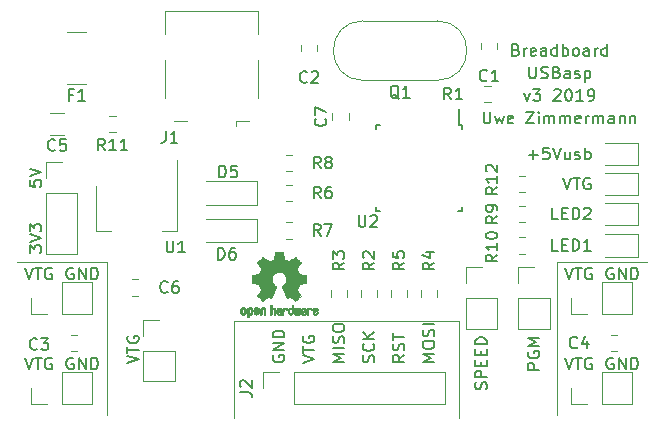
<source format=gbr>
G04 #@! TF.GenerationSoftware,KiCad,Pcbnew,(5.1.2)-2*
G04 #@! TF.CreationDate,2019-08-11T21:37:17+02:00*
G04 #@! TF.ProjectId,20190811_usbasp,32303139-3038-4313-915f-757362617370,rev?*
G04 #@! TF.SameCoordinates,Original*
G04 #@! TF.FileFunction,Legend,Top*
G04 #@! TF.FilePolarity,Positive*
%FSLAX46Y46*%
G04 Gerber Fmt 4.6, Leading zero omitted, Abs format (unit mm)*
G04 Created by KiCad (PCBNEW (5.1.2)-2) date 2019-08-11 21:37:17*
%MOMM*%
%LPD*%
G04 APERTURE LIST*
%ADD10C,0.120000*%
%ADD11C,0.150000*%
%ADD12C,0.010000*%
G04 APERTURE END LIST*
D10*
X161925000Y-140335000D02*
X161925000Y-148590000D01*
X142875000Y-140335000D02*
X161925000Y-140335000D01*
X142875000Y-148590000D02*
X142875000Y-140335000D01*
X132080000Y-135382000D02*
X132080000Y-148336000D01*
X124460000Y-135382000D02*
X132080000Y-135382000D01*
X170180000Y-135382000D02*
X170180000Y-148336000D01*
X177800000Y-135382000D02*
X170180000Y-135382000D01*
D11*
X167434000Y-121070714D02*
X167672095Y-121737380D01*
X167910190Y-121070714D01*
X168195904Y-120737380D02*
X168814952Y-120737380D01*
X168481619Y-121118333D01*
X168624476Y-121118333D01*
X168719714Y-121165952D01*
X168767333Y-121213571D01*
X168814952Y-121308809D01*
X168814952Y-121546904D01*
X168767333Y-121642142D01*
X168719714Y-121689761D01*
X168624476Y-121737380D01*
X168338761Y-121737380D01*
X168243523Y-121689761D01*
X168195904Y-121642142D01*
X169957809Y-120832619D02*
X170005428Y-120785000D01*
X170100666Y-120737380D01*
X170338761Y-120737380D01*
X170434000Y-120785000D01*
X170481619Y-120832619D01*
X170529238Y-120927857D01*
X170529238Y-121023095D01*
X170481619Y-121165952D01*
X169910190Y-121737380D01*
X170529238Y-121737380D01*
X171148285Y-120737380D02*
X171243523Y-120737380D01*
X171338761Y-120785000D01*
X171386380Y-120832619D01*
X171434000Y-120927857D01*
X171481619Y-121118333D01*
X171481619Y-121356428D01*
X171434000Y-121546904D01*
X171386380Y-121642142D01*
X171338761Y-121689761D01*
X171243523Y-121737380D01*
X171148285Y-121737380D01*
X171053047Y-121689761D01*
X171005428Y-121642142D01*
X170957809Y-121546904D01*
X170910190Y-121356428D01*
X170910190Y-121118333D01*
X170957809Y-120927857D01*
X171005428Y-120832619D01*
X171053047Y-120785000D01*
X171148285Y-120737380D01*
X172434000Y-121737380D02*
X171862571Y-121737380D01*
X172148285Y-121737380D02*
X172148285Y-120737380D01*
X172053047Y-120880238D01*
X171957809Y-120975476D01*
X171862571Y-121023095D01*
X172910190Y-121737380D02*
X173100666Y-121737380D01*
X173195904Y-121689761D01*
X173243523Y-121642142D01*
X173338761Y-121499285D01*
X173386380Y-121308809D01*
X173386380Y-120927857D01*
X173338761Y-120832619D01*
X173291142Y-120785000D01*
X173195904Y-120737380D01*
X173005428Y-120737380D01*
X172910190Y-120785000D01*
X172862571Y-120832619D01*
X172814952Y-120927857D01*
X172814952Y-121165952D01*
X172862571Y-121261190D01*
X172910190Y-121308809D01*
X173005428Y-121356428D01*
X173195904Y-121356428D01*
X173291142Y-121308809D01*
X173338761Y-121261190D01*
X173386380Y-121165952D01*
X164005428Y-122642380D02*
X164005428Y-123451904D01*
X164053047Y-123547142D01*
X164100666Y-123594761D01*
X164195904Y-123642380D01*
X164386380Y-123642380D01*
X164481619Y-123594761D01*
X164529238Y-123547142D01*
X164576857Y-123451904D01*
X164576857Y-122642380D01*
X164957809Y-122975714D02*
X165148285Y-123642380D01*
X165338761Y-123166190D01*
X165529238Y-123642380D01*
X165719714Y-122975714D01*
X166481619Y-123594761D02*
X166386380Y-123642380D01*
X166195904Y-123642380D01*
X166100666Y-123594761D01*
X166053047Y-123499523D01*
X166053047Y-123118571D01*
X166100666Y-123023333D01*
X166195904Y-122975714D01*
X166386380Y-122975714D01*
X166481619Y-123023333D01*
X166529238Y-123118571D01*
X166529238Y-123213809D01*
X166053047Y-123309047D01*
X167624476Y-122642380D02*
X168291142Y-122642380D01*
X167624476Y-123642380D01*
X168291142Y-123642380D01*
X168672095Y-123642380D02*
X168672095Y-122975714D01*
X168672095Y-122642380D02*
X168624476Y-122690000D01*
X168672095Y-122737619D01*
X168719714Y-122690000D01*
X168672095Y-122642380D01*
X168672095Y-122737619D01*
X169148285Y-123642380D02*
X169148285Y-122975714D01*
X169148285Y-123070952D02*
X169195904Y-123023333D01*
X169291142Y-122975714D01*
X169434000Y-122975714D01*
X169529238Y-123023333D01*
X169576857Y-123118571D01*
X169576857Y-123642380D01*
X169576857Y-123118571D02*
X169624476Y-123023333D01*
X169719714Y-122975714D01*
X169862571Y-122975714D01*
X169957809Y-123023333D01*
X170005428Y-123118571D01*
X170005428Y-123642380D01*
X170481619Y-123642380D02*
X170481619Y-122975714D01*
X170481619Y-123070952D02*
X170529238Y-123023333D01*
X170624476Y-122975714D01*
X170767333Y-122975714D01*
X170862571Y-123023333D01*
X170910190Y-123118571D01*
X170910190Y-123642380D01*
X170910190Y-123118571D02*
X170957809Y-123023333D01*
X171053047Y-122975714D01*
X171195904Y-122975714D01*
X171291142Y-123023333D01*
X171338761Y-123118571D01*
X171338761Y-123642380D01*
X172195904Y-123594761D02*
X172100666Y-123642380D01*
X171910190Y-123642380D01*
X171814952Y-123594761D01*
X171767333Y-123499523D01*
X171767333Y-123118571D01*
X171814952Y-123023333D01*
X171910190Y-122975714D01*
X172100666Y-122975714D01*
X172195904Y-123023333D01*
X172243523Y-123118571D01*
X172243523Y-123213809D01*
X171767333Y-123309047D01*
X172672095Y-123642380D02*
X172672095Y-122975714D01*
X172672095Y-123166190D02*
X172719714Y-123070952D01*
X172767333Y-123023333D01*
X172862571Y-122975714D01*
X172957809Y-122975714D01*
X173291142Y-123642380D02*
X173291142Y-122975714D01*
X173291142Y-123070952D02*
X173338761Y-123023333D01*
X173434000Y-122975714D01*
X173576857Y-122975714D01*
X173672095Y-123023333D01*
X173719714Y-123118571D01*
X173719714Y-123642380D01*
X173719714Y-123118571D02*
X173767333Y-123023333D01*
X173862571Y-122975714D01*
X174005428Y-122975714D01*
X174100666Y-123023333D01*
X174148285Y-123118571D01*
X174148285Y-123642380D01*
X175053047Y-123642380D02*
X175053047Y-123118571D01*
X175005428Y-123023333D01*
X174910190Y-122975714D01*
X174719714Y-122975714D01*
X174624476Y-123023333D01*
X175053047Y-123594761D02*
X174957809Y-123642380D01*
X174719714Y-123642380D01*
X174624476Y-123594761D01*
X174576857Y-123499523D01*
X174576857Y-123404285D01*
X174624476Y-123309047D01*
X174719714Y-123261428D01*
X174957809Y-123261428D01*
X175053047Y-123213809D01*
X175529238Y-122975714D02*
X175529238Y-123642380D01*
X175529238Y-123070952D02*
X175576857Y-123023333D01*
X175672095Y-122975714D01*
X175814952Y-122975714D01*
X175910190Y-123023333D01*
X175957809Y-123118571D01*
X175957809Y-123642380D01*
X176434000Y-122975714D02*
X176434000Y-123642380D01*
X176434000Y-123070952D02*
X176481619Y-123023333D01*
X176576857Y-122975714D01*
X176719714Y-122975714D01*
X176814952Y-123023333D01*
X176862571Y-123118571D01*
X176862571Y-123642380D01*
X167862571Y-118832380D02*
X167862571Y-119641904D01*
X167910190Y-119737142D01*
X167957809Y-119784761D01*
X168053047Y-119832380D01*
X168243523Y-119832380D01*
X168338761Y-119784761D01*
X168386380Y-119737142D01*
X168434000Y-119641904D01*
X168434000Y-118832380D01*
X168862571Y-119784761D02*
X169005428Y-119832380D01*
X169243523Y-119832380D01*
X169338761Y-119784761D01*
X169386380Y-119737142D01*
X169434000Y-119641904D01*
X169434000Y-119546666D01*
X169386380Y-119451428D01*
X169338761Y-119403809D01*
X169243523Y-119356190D01*
X169053047Y-119308571D01*
X168957809Y-119260952D01*
X168910190Y-119213333D01*
X168862571Y-119118095D01*
X168862571Y-119022857D01*
X168910190Y-118927619D01*
X168957809Y-118880000D01*
X169053047Y-118832380D01*
X169291142Y-118832380D01*
X169434000Y-118880000D01*
X170195904Y-119308571D02*
X170338761Y-119356190D01*
X170386380Y-119403809D01*
X170434000Y-119499047D01*
X170434000Y-119641904D01*
X170386380Y-119737142D01*
X170338761Y-119784761D01*
X170243523Y-119832380D01*
X169862571Y-119832380D01*
X169862571Y-118832380D01*
X170195904Y-118832380D01*
X170291142Y-118880000D01*
X170338761Y-118927619D01*
X170386380Y-119022857D01*
X170386380Y-119118095D01*
X170338761Y-119213333D01*
X170291142Y-119260952D01*
X170195904Y-119308571D01*
X169862571Y-119308571D01*
X171291142Y-119832380D02*
X171291142Y-119308571D01*
X171243523Y-119213333D01*
X171148285Y-119165714D01*
X170957809Y-119165714D01*
X170862571Y-119213333D01*
X171291142Y-119784761D02*
X171195904Y-119832380D01*
X170957809Y-119832380D01*
X170862571Y-119784761D01*
X170814952Y-119689523D01*
X170814952Y-119594285D01*
X170862571Y-119499047D01*
X170957809Y-119451428D01*
X171195904Y-119451428D01*
X171291142Y-119403809D01*
X171719714Y-119784761D02*
X171814952Y-119832380D01*
X172005428Y-119832380D01*
X172100666Y-119784761D01*
X172148285Y-119689523D01*
X172148285Y-119641904D01*
X172100666Y-119546666D01*
X172005428Y-119499047D01*
X171862571Y-119499047D01*
X171767333Y-119451428D01*
X171719714Y-119356190D01*
X171719714Y-119308571D01*
X171767333Y-119213333D01*
X171862571Y-119165714D01*
X172005428Y-119165714D01*
X172100666Y-119213333D01*
X172576857Y-119165714D02*
X172576857Y-120165714D01*
X172576857Y-119213333D02*
X172672095Y-119165714D01*
X172862571Y-119165714D01*
X172957809Y-119213333D01*
X173005428Y-119260952D01*
X173053047Y-119356190D01*
X173053047Y-119641904D01*
X173005428Y-119737142D01*
X172957809Y-119784761D01*
X172862571Y-119832380D01*
X172672095Y-119832380D01*
X172576857Y-119784761D01*
X166743523Y-117403571D02*
X166886380Y-117451190D01*
X166934000Y-117498809D01*
X166981619Y-117594047D01*
X166981619Y-117736904D01*
X166934000Y-117832142D01*
X166886380Y-117879761D01*
X166791142Y-117927380D01*
X166410190Y-117927380D01*
X166410190Y-116927380D01*
X166743523Y-116927380D01*
X166838761Y-116975000D01*
X166886380Y-117022619D01*
X166934000Y-117117857D01*
X166934000Y-117213095D01*
X166886380Y-117308333D01*
X166838761Y-117355952D01*
X166743523Y-117403571D01*
X166410190Y-117403571D01*
X167410190Y-117927380D02*
X167410190Y-117260714D01*
X167410190Y-117451190D02*
X167457809Y-117355952D01*
X167505428Y-117308333D01*
X167600666Y-117260714D01*
X167695904Y-117260714D01*
X168410190Y-117879761D02*
X168314952Y-117927380D01*
X168124476Y-117927380D01*
X168029238Y-117879761D01*
X167981619Y-117784523D01*
X167981619Y-117403571D01*
X168029238Y-117308333D01*
X168124476Y-117260714D01*
X168314952Y-117260714D01*
X168410190Y-117308333D01*
X168457809Y-117403571D01*
X168457809Y-117498809D01*
X167981619Y-117594047D01*
X169314952Y-117927380D02*
X169314952Y-117403571D01*
X169267333Y-117308333D01*
X169172095Y-117260714D01*
X168981619Y-117260714D01*
X168886380Y-117308333D01*
X169314952Y-117879761D02*
X169219714Y-117927380D01*
X168981619Y-117927380D01*
X168886380Y-117879761D01*
X168838761Y-117784523D01*
X168838761Y-117689285D01*
X168886380Y-117594047D01*
X168981619Y-117546428D01*
X169219714Y-117546428D01*
X169314952Y-117498809D01*
X170219714Y-117927380D02*
X170219714Y-116927380D01*
X170219714Y-117879761D02*
X170124476Y-117927380D01*
X169934000Y-117927380D01*
X169838761Y-117879761D01*
X169791142Y-117832142D01*
X169743523Y-117736904D01*
X169743523Y-117451190D01*
X169791142Y-117355952D01*
X169838761Y-117308333D01*
X169934000Y-117260714D01*
X170124476Y-117260714D01*
X170219714Y-117308333D01*
X170695904Y-117927380D02*
X170695904Y-116927380D01*
X170695904Y-117308333D02*
X170791142Y-117260714D01*
X170981619Y-117260714D01*
X171076857Y-117308333D01*
X171124476Y-117355952D01*
X171172095Y-117451190D01*
X171172095Y-117736904D01*
X171124476Y-117832142D01*
X171076857Y-117879761D01*
X170981619Y-117927380D01*
X170791142Y-117927380D01*
X170695904Y-117879761D01*
X171743523Y-117927380D02*
X171648285Y-117879761D01*
X171600666Y-117832142D01*
X171553047Y-117736904D01*
X171553047Y-117451190D01*
X171600666Y-117355952D01*
X171648285Y-117308333D01*
X171743523Y-117260714D01*
X171886380Y-117260714D01*
X171981619Y-117308333D01*
X172029238Y-117355952D01*
X172076857Y-117451190D01*
X172076857Y-117736904D01*
X172029238Y-117832142D01*
X171981619Y-117879761D01*
X171886380Y-117927380D01*
X171743523Y-117927380D01*
X172934000Y-117927380D02*
X172934000Y-117403571D01*
X172886380Y-117308333D01*
X172791142Y-117260714D01*
X172600666Y-117260714D01*
X172505428Y-117308333D01*
X172934000Y-117879761D02*
X172838761Y-117927380D01*
X172600666Y-117927380D01*
X172505428Y-117879761D01*
X172457809Y-117784523D01*
X172457809Y-117689285D01*
X172505428Y-117594047D01*
X172600666Y-117546428D01*
X172838761Y-117546428D01*
X172934000Y-117498809D01*
X173410190Y-117927380D02*
X173410190Y-117260714D01*
X173410190Y-117451190D02*
X173457809Y-117355952D01*
X173505428Y-117308333D01*
X173600666Y-117260714D01*
X173695904Y-117260714D01*
X174457809Y-117927380D02*
X174457809Y-116927380D01*
X174457809Y-117879761D02*
X174362571Y-117927380D01*
X174172095Y-117927380D01*
X174076857Y-117879761D01*
X174029238Y-117832142D01*
X173981619Y-117736904D01*
X173981619Y-117451190D01*
X174029238Y-117355952D01*
X174076857Y-117308333D01*
X174172095Y-117260714D01*
X174362571Y-117260714D01*
X174457809Y-117308333D01*
X174976404Y-135898000D02*
X174881166Y-135850380D01*
X174738309Y-135850380D01*
X174595452Y-135898000D01*
X174500214Y-135993238D01*
X174452595Y-136088476D01*
X174404976Y-136278952D01*
X174404976Y-136421809D01*
X174452595Y-136612285D01*
X174500214Y-136707523D01*
X174595452Y-136802761D01*
X174738309Y-136850380D01*
X174833547Y-136850380D01*
X174976404Y-136802761D01*
X175024023Y-136755142D01*
X175024023Y-136421809D01*
X174833547Y-136421809D01*
X175452595Y-136850380D02*
X175452595Y-135850380D01*
X176024023Y-136850380D01*
X176024023Y-135850380D01*
X176500214Y-136850380D02*
X176500214Y-135850380D01*
X176738309Y-135850380D01*
X176881166Y-135898000D01*
X176976404Y-135993238D01*
X177024023Y-136088476D01*
X177071642Y-136278952D01*
X177071642Y-136421809D01*
X177024023Y-136612285D01*
X176976404Y-136707523D01*
X176881166Y-136802761D01*
X176738309Y-136850380D01*
X176500214Y-136850380D01*
X170870714Y-135850380D02*
X171204047Y-136850380D01*
X171537380Y-135850380D01*
X171727857Y-135850380D02*
X172299285Y-135850380D01*
X172013571Y-136850380D02*
X172013571Y-135850380D01*
X173156428Y-135898000D02*
X173061190Y-135850380D01*
X172918333Y-135850380D01*
X172775476Y-135898000D01*
X172680238Y-135993238D01*
X172632619Y-136088476D01*
X172585000Y-136278952D01*
X172585000Y-136421809D01*
X172632619Y-136612285D01*
X172680238Y-136707523D01*
X172775476Y-136802761D01*
X172918333Y-136850380D01*
X173013571Y-136850380D01*
X173156428Y-136802761D01*
X173204047Y-136755142D01*
X173204047Y-136421809D01*
X173013571Y-136421809D01*
X174976404Y-143518000D02*
X174881166Y-143470380D01*
X174738309Y-143470380D01*
X174595452Y-143518000D01*
X174500214Y-143613238D01*
X174452595Y-143708476D01*
X174404976Y-143898952D01*
X174404976Y-144041809D01*
X174452595Y-144232285D01*
X174500214Y-144327523D01*
X174595452Y-144422761D01*
X174738309Y-144470380D01*
X174833547Y-144470380D01*
X174976404Y-144422761D01*
X175024023Y-144375142D01*
X175024023Y-144041809D01*
X174833547Y-144041809D01*
X175452595Y-144470380D02*
X175452595Y-143470380D01*
X176024023Y-144470380D01*
X176024023Y-143470380D01*
X176500214Y-144470380D02*
X176500214Y-143470380D01*
X176738309Y-143470380D01*
X176881166Y-143518000D01*
X176976404Y-143613238D01*
X177024023Y-143708476D01*
X177071642Y-143898952D01*
X177071642Y-144041809D01*
X177024023Y-144232285D01*
X176976404Y-144327523D01*
X176881166Y-144422761D01*
X176738309Y-144470380D01*
X176500214Y-144470380D01*
X170870714Y-143470380D02*
X171204047Y-144470380D01*
X171537380Y-143470380D01*
X171727857Y-143470380D02*
X172299285Y-143470380D01*
X172013571Y-144470380D02*
X172013571Y-143470380D01*
X173156428Y-143518000D02*
X173061190Y-143470380D01*
X172918333Y-143470380D01*
X172775476Y-143518000D01*
X172680238Y-143613238D01*
X172632619Y-143708476D01*
X172585000Y-143898952D01*
X172585000Y-144041809D01*
X172632619Y-144232285D01*
X172680238Y-144327523D01*
X172775476Y-144422761D01*
X172918333Y-144470380D01*
X173013571Y-144470380D01*
X173156428Y-144422761D01*
X173204047Y-144375142D01*
X173204047Y-144041809D01*
X173013571Y-144041809D01*
X129256404Y-135898000D02*
X129161166Y-135850380D01*
X129018309Y-135850380D01*
X128875452Y-135898000D01*
X128780214Y-135993238D01*
X128732595Y-136088476D01*
X128684976Y-136278952D01*
X128684976Y-136421809D01*
X128732595Y-136612285D01*
X128780214Y-136707523D01*
X128875452Y-136802761D01*
X129018309Y-136850380D01*
X129113547Y-136850380D01*
X129256404Y-136802761D01*
X129304023Y-136755142D01*
X129304023Y-136421809D01*
X129113547Y-136421809D01*
X129732595Y-136850380D02*
X129732595Y-135850380D01*
X130304023Y-136850380D01*
X130304023Y-135850380D01*
X130780214Y-136850380D02*
X130780214Y-135850380D01*
X131018309Y-135850380D01*
X131161166Y-135898000D01*
X131256404Y-135993238D01*
X131304023Y-136088476D01*
X131351642Y-136278952D01*
X131351642Y-136421809D01*
X131304023Y-136612285D01*
X131256404Y-136707523D01*
X131161166Y-136802761D01*
X131018309Y-136850380D01*
X130780214Y-136850380D01*
X125150714Y-135850380D02*
X125484047Y-136850380D01*
X125817380Y-135850380D01*
X126007857Y-135850380D02*
X126579285Y-135850380D01*
X126293571Y-136850380D02*
X126293571Y-135850380D01*
X127436428Y-135898000D02*
X127341190Y-135850380D01*
X127198333Y-135850380D01*
X127055476Y-135898000D01*
X126960238Y-135993238D01*
X126912619Y-136088476D01*
X126865000Y-136278952D01*
X126865000Y-136421809D01*
X126912619Y-136612285D01*
X126960238Y-136707523D01*
X127055476Y-136802761D01*
X127198333Y-136850380D01*
X127293571Y-136850380D01*
X127436428Y-136802761D01*
X127484047Y-136755142D01*
X127484047Y-136421809D01*
X127293571Y-136421809D01*
X129256404Y-143518000D02*
X129161166Y-143470380D01*
X129018309Y-143470380D01*
X128875452Y-143518000D01*
X128780214Y-143613238D01*
X128732595Y-143708476D01*
X128684976Y-143898952D01*
X128684976Y-144041809D01*
X128732595Y-144232285D01*
X128780214Y-144327523D01*
X128875452Y-144422761D01*
X129018309Y-144470380D01*
X129113547Y-144470380D01*
X129256404Y-144422761D01*
X129304023Y-144375142D01*
X129304023Y-144041809D01*
X129113547Y-144041809D01*
X129732595Y-144470380D02*
X129732595Y-143470380D01*
X130304023Y-144470380D01*
X130304023Y-143470380D01*
X130780214Y-144470380D02*
X130780214Y-143470380D01*
X131018309Y-143470380D01*
X131161166Y-143518000D01*
X131256404Y-143613238D01*
X131304023Y-143708476D01*
X131351642Y-143898952D01*
X131351642Y-144041809D01*
X131304023Y-144232285D01*
X131256404Y-144327523D01*
X131161166Y-144422761D01*
X131018309Y-144470380D01*
X130780214Y-144470380D01*
X125150714Y-143470380D02*
X125484047Y-144470380D01*
X125817380Y-143470380D01*
X126007857Y-143470380D02*
X126579285Y-143470380D01*
X126293571Y-144470380D02*
X126293571Y-143470380D01*
X127436428Y-143518000D02*
X127341190Y-143470380D01*
X127198333Y-143470380D01*
X127055476Y-143518000D01*
X126960238Y-143613238D01*
X126912619Y-143708476D01*
X126865000Y-143898952D01*
X126865000Y-144041809D01*
X126912619Y-144232285D01*
X126960238Y-144327523D01*
X127055476Y-144422761D01*
X127198333Y-144470380D01*
X127293571Y-144470380D01*
X127436428Y-144422761D01*
X127484047Y-144375142D01*
X127484047Y-144041809D01*
X127293571Y-144041809D01*
X133818380Y-143962285D02*
X134818380Y-143628952D01*
X133818380Y-143295619D01*
X133818380Y-143105142D02*
X133818380Y-142533714D01*
X134818380Y-142819428D02*
X133818380Y-142819428D01*
X133866000Y-141676571D02*
X133818380Y-141771809D01*
X133818380Y-141914666D01*
X133866000Y-142057523D01*
X133961238Y-142152761D01*
X134056476Y-142200380D01*
X134246952Y-142248000D01*
X134389809Y-142248000D01*
X134580285Y-142200380D01*
X134675523Y-142152761D01*
X134770761Y-142057523D01*
X134818380Y-141914666D01*
X134818380Y-141819428D01*
X134770761Y-141676571D01*
X134723142Y-141628952D01*
X134389809Y-141628952D01*
X134389809Y-141819428D01*
X125563380Y-128460476D02*
X125563380Y-128936666D01*
X126039571Y-128984285D01*
X125991952Y-128936666D01*
X125944333Y-128841428D01*
X125944333Y-128603333D01*
X125991952Y-128508095D01*
X126039571Y-128460476D01*
X126134809Y-128412857D01*
X126372904Y-128412857D01*
X126468142Y-128460476D01*
X126515761Y-128508095D01*
X126563380Y-128603333D01*
X126563380Y-128841428D01*
X126515761Y-128936666D01*
X126468142Y-128984285D01*
X125563380Y-128127142D02*
X126563380Y-127793809D01*
X125563380Y-127460476D01*
X125563380Y-134588095D02*
X125563380Y-133969047D01*
X125944333Y-134302380D01*
X125944333Y-134159523D01*
X125991952Y-134064285D01*
X126039571Y-134016666D01*
X126134809Y-133969047D01*
X126372904Y-133969047D01*
X126468142Y-134016666D01*
X126515761Y-134064285D01*
X126563380Y-134159523D01*
X126563380Y-134445238D01*
X126515761Y-134540476D01*
X126468142Y-134588095D01*
X125563380Y-133683333D02*
X126563380Y-133350000D01*
X125563380Y-133016666D01*
X125563380Y-132778571D02*
X125563380Y-132159523D01*
X125944333Y-132492857D01*
X125944333Y-132350000D01*
X125991952Y-132254761D01*
X126039571Y-132207142D01*
X126134809Y-132159523D01*
X126372904Y-132159523D01*
X126468142Y-132207142D01*
X126515761Y-132254761D01*
X126563380Y-132350000D01*
X126563380Y-132635714D01*
X126515761Y-132730952D01*
X126468142Y-132778571D01*
X167828928Y-126309428D02*
X168590833Y-126309428D01*
X168209880Y-126690380D02*
X168209880Y-125928476D01*
X169543214Y-125690380D02*
X169067023Y-125690380D01*
X169019404Y-126166571D01*
X169067023Y-126118952D01*
X169162261Y-126071333D01*
X169400357Y-126071333D01*
X169495595Y-126118952D01*
X169543214Y-126166571D01*
X169590833Y-126261809D01*
X169590833Y-126499904D01*
X169543214Y-126595142D01*
X169495595Y-126642761D01*
X169400357Y-126690380D01*
X169162261Y-126690380D01*
X169067023Y-126642761D01*
X169019404Y-126595142D01*
X169876547Y-125690380D02*
X170209880Y-126690380D01*
X170543214Y-125690380D01*
X171305119Y-126023714D02*
X171305119Y-126690380D01*
X170876547Y-126023714D02*
X170876547Y-126547523D01*
X170924166Y-126642761D01*
X171019404Y-126690380D01*
X171162261Y-126690380D01*
X171257500Y-126642761D01*
X171305119Y-126595142D01*
X171733690Y-126642761D02*
X171828928Y-126690380D01*
X172019404Y-126690380D01*
X172114642Y-126642761D01*
X172162261Y-126547523D01*
X172162261Y-126499904D01*
X172114642Y-126404666D01*
X172019404Y-126357047D01*
X171876547Y-126357047D01*
X171781309Y-126309428D01*
X171733690Y-126214190D01*
X171733690Y-126166571D01*
X171781309Y-126071333D01*
X171876547Y-126023714D01*
X172019404Y-126023714D01*
X172114642Y-126071333D01*
X172590833Y-126690380D02*
X172590833Y-125690380D01*
X172590833Y-126071333D02*
X172686071Y-126023714D01*
X172876547Y-126023714D01*
X172971785Y-126071333D01*
X173019404Y-126118952D01*
X173067023Y-126214190D01*
X173067023Y-126499904D01*
X173019404Y-126595142D01*
X172971785Y-126642761D01*
X172876547Y-126690380D01*
X172686071Y-126690380D01*
X172590833Y-126642761D01*
X170733690Y-128230380D02*
X171067023Y-129230380D01*
X171400357Y-128230380D01*
X171590833Y-128230380D02*
X172162261Y-128230380D01*
X171876547Y-129230380D02*
X171876547Y-128230380D01*
X173019404Y-128278000D02*
X172924166Y-128230380D01*
X172781309Y-128230380D01*
X172638452Y-128278000D01*
X172543214Y-128373238D01*
X172495595Y-128468476D01*
X172447976Y-128658952D01*
X172447976Y-128801809D01*
X172495595Y-128992285D01*
X172543214Y-129087523D01*
X172638452Y-129182761D01*
X172781309Y-129230380D01*
X172876547Y-129230380D01*
X173019404Y-129182761D01*
X173067023Y-129135142D01*
X173067023Y-128801809D01*
X172876547Y-128801809D01*
X170305119Y-131770380D02*
X169828928Y-131770380D01*
X169828928Y-130770380D01*
X170638452Y-131246571D02*
X170971785Y-131246571D01*
X171114642Y-131770380D02*
X170638452Y-131770380D01*
X170638452Y-130770380D01*
X171114642Y-130770380D01*
X171543214Y-131770380D02*
X171543214Y-130770380D01*
X171781309Y-130770380D01*
X171924166Y-130818000D01*
X172019404Y-130913238D01*
X172067023Y-131008476D01*
X172114642Y-131198952D01*
X172114642Y-131341809D01*
X172067023Y-131532285D01*
X172019404Y-131627523D01*
X171924166Y-131722761D01*
X171781309Y-131770380D01*
X171543214Y-131770380D01*
X172495595Y-130865619D02*
X172543214Y-130818000D01*
X172638452Y-130770380D01*
X172876547Y-130770380D01*
X172971785Y-130818000D01*
X173019404Y-130865619D01*
X173067023Y-130960857D01*
X173067023Y-131056095D01*
X173019404Y-131198952D01*
X172447976Y-131770380D01*
X173067023Y-131770380D01*
X170305119Y-134437380D02*
X169828928Y-134437380D01*
X169828928Y-133437380D01*
X170638452Y-133913571D02*
X170971785Y-133913571D01*
X171114642Y-134437380D02*
X170638452Y-134437380D01*
X170638452Y-133437380D01*
X171114642Y-133437380D01*
X171543214Y-134437380D02*
X171543214Y-133437380D01*
X171781309Y-133437380D01*
X171924166Y-133485000D01*
X172019404Y-133580238D01*
X172067023Y-133675476D01*
X172114642Y-133865952D01*
X172114642Y-134008809D01*
X172067023Y-134199285D01*
X172019404Y-134294523D01*
X171924166Y-134389761D01*
X171781309Y-134437380D01*
X171543214Y-134437380D01*
X173067023Y-134437380D02*
X172495595Y-134437380D01*
X172781309Y-134437380D02*
X172781309Y-133437380D01*
X172686071Y-133580238D01*
X172590833Y-133675476D01*
X172495595Y-133723095D01*
X164234761Y-146146928D02*
X164282380Y-146004071D01*
X164282380Y-145765976D01*
X164234761Y-145670738D01*
X164187142Y-145623119D01*
X164091904Y-145575500D01*
X163996666Y-145575500D01*
X163901428Y-145623119D01*
X163853809Y-145670738D01*
X163806190Y-145765976D01*
X163758571Y-145956452D01*
X163710952Y-146051690D01*
X163663333Y-146099309D01*
X163568095Y-146146928D01*
X163472857Y-146146928D01*
X163377619Y-146099309D01*
X163330000Y-146051690D01*
X163282380Y-145956452D01*
X163282380Y-145718357D01*
X163330000Y-145575500D01*
X164282380Y-145146928D02*
X163282380Y-145146928D01*
X163282380Y-144765976D01*
X163330000Y-144670738D01*
X163377619Y-144623119D01*
X163472857Y-144575500D01*
X163615714Y-144575500D01*
X163710952Y-144623119D01*
X163758571Y-144670738D01*
X163806190Y-144765976D01*
X163806190Y-145146928D01*
X163758571Y-144146928D02*
X163758571Y-143813595D01*
X164282380Y-143670738D02*
X164282380Y-144146928D01*
X163282380Y-144146928D01*
X163282380Y-143670738D01*
X163758571Y-143242166D02*
X163758571Y-142908833D01*
X164282380Y-142765976D02*
X164282380Y-143242166D01*
X163282380Y-143242166D01*
X163282380Y-142765976D01*
X164282380Y-142337404D02*
X163282380Y-142337404D01*
X163282380Y-142099309D01*
X163330000Y-141956452D01*
X163425238Y-141861214D01*
X163520476Y-141813595D01*
X163710952Y-141765976D01*
X163853809Y-141765976D01*
X164044285Y-141813595D01*
X164139523Y-141861214D01*
X164234761Y-141956452D01*
X164282380Y-142099309D01*
X164282380Y-142337404D01*
X168727380Y-144480261D02*
X167727380Y-144480261D01*
X167727380Y-144099309D01*
X167775000Y-144004071D01*
X167822619Y-143956452D01*
X167917857Y-143908833D01*
X168060714Y-143908833D01*
X168155952Y-143956452D01*
X168203571Y-144004071D01*
X168251190Y-144099309D01*
X168251190Y-144480261D01*
X167775000Y-142956452D02*
X167727380Y-143051690D01*
X167727380Y-143194547D01*
X167775000Y-143337404D01*
X167870238Y-143432642D01*
X167965476Y-143480261D01*
X168155952Y-143527880D01*
X168298809Y-143527880D01*
X168489285Y-143480261D01*
X168584523Y-143432642D01*
X168679761Y-143337404D01*
X168727380Y-143194547D01*
X168727380Y-143099309D01*
X168679761Y-142956452D01*
X168632142Y-142908833D01*
X168298809Y-142908833D01*
X168298809Y-143099309D01*
X168727380Y-142480261D02*
X167727380Y-142480261D01*
X168441666Y-142146928D01*
X167727380Y-141813595D01*
X168727380Y-141813595D01*
X159837380Y-143809404D02*
X158837380Y-143809404D01*
X159551666Y-143476071D01*
X158837380Y-143142738D01*
X159837380Y-143142738D01*
X158837380Y-142476071D02*
X158837380Y-142285595D01*
X158885000Y-142190357D01*
X158980238Y-142095119D01*
X159170714Y-142047500D01*
X159504047Y-142047500D01*
X159694523Y-142095119D01*
X159789761Y-142190357D01*
X159837380Y-142285595D01*
X159837380Y-142476071D01*
X159789761Y-142571309D01*
X159694523Y-142666547D01*
X159504047Y-142714166D01*
X159170714Y-142714166D01*
X158980238Y-142666547D01*
X158885000Y-142571309D01*
X158837380Y-142476071D01*
X159789761Y-141666547D02*
X159837380Y-141523690D01*
X159837380Y-141285595D01*
X159789761Y-141190357D01*
X159742142Y-141142738D01*
X159646904Y-141095119D01*
X159551666Y-141095119D01*
X159456428Y-141142738D01*
X159408809Y-141190357D01*
X159361190Y-141285595D01*
X159313571Y-141476071D01*
X159265952Y-141571309D01*
X159218333Y-141618928D01*
X159123095Y-141666547D01*
X159027857Y-141666547D01*
X158932619Y-141618928D01*
X158885000Y-141571309D01*
X158837380Y-141476071D01*
X158837380Y-141237976D01*
X158885000Y-141095119D01*
X159837380Y-140666547D02*
X158837380Y-140666547D01*
X157297380Y-143237976D02*
X156821190Y-143571309D01*
X157297380Y-143809404D02*
X156297380Y-143809404D01*
X156297380Y-143428452D01*
X156345000Y-143333214D01*
X156392619Y-143285595D01*
X156487857Y-143237976D01*
X156630714Y-143237976D01*
X156725952Y-143285595D01*
X156773571Y-143333214D01*
X156821190Y-143428452D01*
X156821190Y-143809404D01*
X157249761Y-142857023D02*
X157297380Y-142714166D01*
X157297380Y-142476071D01*
X157249761Y-142380833D01*
X157202142Y-142333214D01*
X157106904Y-142285595D01*
X157011666Y-142285595D01*
X156916428Y-142333214D01*
X156868809Y-142380833D01*
X156821190Y-142476071D01*
X156773571Y-142666547D01*
X156725952Y-142761785D01*
X156678333Y-142809404D01*
X156583095Y-142857023D01*
X156487857Y-142857023D01*
X156392619Y-142809404D01*
X156345000Y-142761785D01*
X156297380Y-142666547D01*
X156297380Y-142428452D01*
X156345000Y-142285595D01*
X156297380Y-141999880D02*
X156297380Y-141428452D01*
X157297380Y-141714166D02*
X156297380Y-141714166D01*
X154709761Y-143857023D02*
X154757380Y-143714166D01*
X154757380Y-143476071D01*
X154709761Y-143380833D01*
X154662142Y-143333214D01*
X154566904Y-143285595D01*
X154471666Y-143285595D01*
X154376428Y-143333214D01*
X154328809Y-143380833D01*
X154281190Y-143476071D01*
X154233571Y-143666547D01*
X154185952Y-143761785D01*
X154138333Y-143809404D01*
X154043095Y-143857023D01*
X153947857Y-143857023D01*
X153852619Y-143809404D01*
X153805000Y-143761785D01*
X153757380Y-143666547D01*
X153757380Y-143428452D01*
X153805000Y-143285595D01*
X154662142Y-142285595D02*
X154709761Y-142333214D01*
X154757380Y-142476071D01*
X154757380Y-142571309D01*
X154709761Y-142714166D01*
X154614523Y-142809404D01*
X154519285Y-142857023D01*
X154328809Y-142904642D01*
X154185952Y-142904642D01*
X153995476Y-142857023D01*
X153900238Y-142809404D01*
X153805000Y-142714166D01*
X153757380Y-142571309D01*
X153757380Y-142476071D01*
X153805000Y-142333214D01*
X153852619Y-142285595D01*
X154757380Y-141857023D02*
X153757380Y-141857023D01*
X154757380Y-141285595D02*
X154185952Y-141714166D01*
X153757380Y-141285595D02*
X154328809Y-141857023D01*
X152217380Y-143809404D02*
X151217380Y-143809404D01*
X151931666Y-143476071D01*
X151217380Y-143142738D01*
X152217380Y-143142738D01*
X152217380Y-142666547D02*
X151217380Y-142666547D01*
X152169761Y-142237976D02*
X152217380Y-142095119D01*
X152217380Y-141857023D01*
X152169761Y-141761785D01*
X152122142Y-141714166D01*
X152026904Y-141666547D01*
X151931666Y-141666547D01*
X151836428Y-141714166D01*
X151788809Y-141761785D01*
X151741190Y-141857023D01*
X151693571Y-142047500D01*
X151645952Y-142142738D01*
X151598333Y-142190357D01*
X151503095Y-142237976D01*
X151407857Y-142237976D01*
X151312619Y-142190357D01*
X151265000Y-142142738D01*
X151217380Y-142047500D01*
X151217380Y-141809404D01*
X151265000Y-141666547D01*
X151217380Y-141047500D02*
X151217380Y-140857023D01*
X151265000Y-140761785D01*
X151360238Y-140666547D01*
X151550714Y-140618928D01*
X151884047Y-140618928D01*
X152074523Y-140666547D01*
X152169761Y-140761785D01*
X152217380Y-140857023D01*
X152217380Y-141047500D01*
X152169761Y-141142738D01*
X152074523Y-141237976D01*
X151884047Y-141285595D01*
X151550714Y-141285595D01*
X151360238Y-141237976D01*
X151265000Y-141142738D01*
X151217380Y-141047500D01*
X148677380Y-143952261D02*
X149677380Y-143618928D01*
X148677380Y-143285595D01*
X148677380Y-143095119D02*
X148677380Y-142523690D01*
X149677380Y-142809404D02*
X148677380Y-142809404D01*
X148725000Y-141666547D02*
X148677380Y-141761785D01*
X148677380Y-141904642D01*
X148725000Y-142047500D01*
X148820238Y-142142738D01*
X148915476Y-142190357D01*
X149105952Y-142237976D01*
X149248809Y-142237976D01*
X149439285Y-142190357D01*
X149534523Y-142142738D01*
X149629761Y-142047500D01*
X149677380Y-141904642D01*
X149677380Y-141809404D01*
X149629761Y-141666547D01*
X149582142Y-141618928D01*
X149248809Y-141618928D01*
X149248809Y-141809404D01*
X146185000Y-143285595D02*
X146137380Y-143380833D01*
X146137380Y-143523690D01*
X146185000Y-143666547D01*
X146280238Y-143761785D01*
X146375476Y-143809404D01*
X146565952Y-143857023D01*
X146708809Y-143857023D01*
X146899285Y-143809404D01*
X146994523Y-143761785D01*
X147089761Y-143666547D01*
X147137380Y-143523690D01*
X147137380Y-143428452D01*
X147089761Y-143285595D01*
X147042142Y-143237976D01*
X146708809Y-143237976D01*
X146708809Y-143428452D01*
X147137380Y-142809404D02*
X146137380Y-142809404D01*
X147137380Y-142237976D01*
X146137380Y-142237976D01*
X147137380Y-141761785D02*
X146137380Y-141761785D01*
X146137380Y-141523690D01*
X146185000Y-141380833D01*
X146280238Y-141285595D01*
X146375476Y-141237976D01*
X146565952Y-141190357D01*
X146708809Y-141190357D01*
X146899285Y-141237976D01*
X146994523Y-141285595D01*
X147089761Y-141380833D01*
X147137380Y-141523690D01*
X147137380Y-141761785D01*
D12*
G36*
X146788910Y-134529348D02*
G01*
X146867454Y-134529778D01*
X146924298Y-134530942D01*
X146963105Y-134533207D01*
X146987538Y-134536940D01*
X147001262Y-134542506D01*
X147007940Y-134550273D01*
X147011236Y-134560605D01*
X147011556Y-134561943D01*
X147016562Y-134586079D01*
X147025829Y-134633701D01*
X147038392Y-134699741D01*
X147053287Y-134779128D01*
X147069551Y-134866796D01*
X147070119Y-134869875D01*
X147086410Y-134955789D01*
X147101652Y-135031696D01*
X147114861Y-135093045D01*
X147125054Y-135135282D01*
X147131248Y-135153855D01*
X147131543Y-135154184D01*
X147149788Y-135163253D01*
X147187405Y-135178367D01*
X147236271Y-135196262D01*
X147236543Y-135196358D01*
X147298093Y-135219493D01*
X147370657Y-135248965D01*
X147439057Y-135278597D01*
X147442294Y-135280062D01*
X147553702Y-135330626D01*
X147800399Y-135162160D01*
X147876077Y-135110803D01*
X147944631Y-135064889D01*
X148002088Y-135027030D01*
X148044476Y-134999837D01*
X148067825Y-134985921D01*
X148070042Y-134984889D01*
X148087010Y-134989484D01*
X148118701Y-135011655D01*
X148166352Y-135052447D01*
X148231198Y-135112905D01*
X148297397Y-135177227D01*
X148361214Y-135240612D01*
X148418329Y-135298451D01*
X148465305Y-135347175D01*
X148498703Y-135383210D01*
X148515085Y-135402984D01*
X148515694Y-135404002D01*
X148517505Y-135417572D01*
X148510683Y-135439733D01*
X148493540Y-135473478D01*
X148464393Y-135521800D01*
X148421555Y-135587692D01*
X148364448Y-135672517D01*
X148313766Y-135747177D01*
X148268461Y-135814140D01*
X148231150Y-135869516D01*
X148204452Y-135909420D01*
X148190985Y-135929962D01*
X148190137Y-135931356D01*
X148191781Y-135951038D01*
X148204245Y-135989293D01*
X148225048Y-136038889D01*
X148232462Y-136054728D01*
X148264814Y-136125290D01*
X148299328Y-136205353D01*
X148327365Y-136274629D01*
X148347568Y-136326045D01*
X148363615Y-136365119D01*
X148372888Y-136385541D01*
X148374041Y-136387114D01*
X148391096Y-136389721D01*
X148431298Y-136396863D01*
X148489302Y-136407523D01*
X148559763Y-136420685D01*
X148637335Y-136435333D01*
X148716672Y-136450449D01*
X148792431Y-136465018D01*
X148859264Y-136478022D01*
X148911828Y-136488445D01*
X148944776Y-136495270D01*
X148952857Y-136497199D01*
X148961205Y-136501962D01*
X148967506Y-136512718D01*
X148972045Y-136533098D01*
X148975104Y-136566734D01*
X148976967Y-136617255D01*
X148977918Y-136688292D01*
X148978240Y-136783476D01*
X148978257Y-136822492D01*
X148978257Y-137139799D01*
X148902057Y-137154839D01*
X148859663Y-137162995D01*
X148796400Y-137174899D01*
X148719962Y-137189116D01*
X148638043Y-137204210D01*
X148615400Y-137208355D01*
X148539806Y-137223053D01*
X148473953Y-137237505D01*
X148423366Y-137250375D01*
X148393574Y-137260322D01*
X148388612Y-137263287D01*
X148376426Y-137284283D01*
X148358953Y-137324967D01*
X148339577Y-137377322D01*
X148335734Y-137388600D01*
X148310339Y-137458523D01*
X148278817Y-137537418D01*
X148247969Y-137608266D01*
X148247817Y-137608595D01*
X148196447Y-137719733D01*
X148365399Y-137968253D01*
X148534352Y-138216772D01*
X148317429Y-138434058D01*
X148251819Y-138498726D01*
X148191979Y-138555733D01*
X148141267Y-138602033D01*
X148103046Y-138634584D01*
X148080675Y-138650343D01*
X148077466Y-138651343D01*
X148058626Y-138643469D01*
X148020180Y-138621578D01*
X147966330Y-138588267D01*
X147901276Y-138546131D01*
X147830940Y-138498943D01*
X147759555Y-138450810D01*
X147695908Y-138408928D01*
X147644041Y-138375871D01*
X147607995Y-138354218D01*
X147591867Y-138346543D01*
X147572189Y-138353037D01*
X147534875Y-138370150D01*
X147487621Y-138394326D01*
X147482612Y-138397013D01*
X147418977Y-138428927D01*
X147375341Y-138444579D01*
X147348202Y-138444745D01*
X147334057Y-138430204D01*
X147333975Y-138430000D01*
X147326905Y-138412779D01*
X147310042Y-138371899D01*
X147284695Y-138310525D01*
X147252171Y-138231819D01*
X147213778Y-138138947D01*
X147170822Y-138035072D01*
X147129222Y-137934502D01*
X147083504Y-137823516D01*
X147041526Y-137720703D01*
X147004548Y-137629215D01*
X146973827Y-137552201D01*
X146950622Y-137492815D01*
X146936190Y-137454209D01*
X146931743Y-137439800D01*
X146942896Y-137423272D01*
X146972069Y-137396930D01*
X147010971Y-137367887D01*
X147121757Y-137276039D01*
X147208351Y-137170759D01*
X147269716Y-137054266D01*
X147304815Y-136928776D01*
X147312608Y-136796507D01*
X147306943Y-136735457D01*
X147276078Y-136608795D01*
X147222920Y-136496941D01*
X147150767Y-136401001D01*
X147062917Y-136322076D01*
X146962665Y-136261270D01*
X146853310Y-136219687D01*
X146738147Y-136198428D01*
X146620475Y-136198599D01*
X146503590Y-136221301D01*
X146390789Y-136267638D01*
X146285369Y-136338713D01*
X146241368Y-136378911D01*
X146156979Y-136482129D01*
X146098222Y-136594925D01*
X146064704Y-136714010D01*
X146056035Y-136836095D01*
X146071823Y-136957893D01*
X146111678Y-137076116D01*
X146175207Y-137187475D01*
X146262021Y-137288684D01*
X146359029Y-137367887D01*
X146399437Y-137398162D01*
X146427982Y-137424219D01*
X146438257Y-137439825D01*
X146432877Y-137456843D01*
X146417575Y-137497500D01*
X146393612Y-137558642D01*
X146362244Y-137637119D01*
X146324732Y-137729780D01*
X146282333Y-137833472D01*
X146240663Y-137934526D01*
X146194690Y-138045607D01*
X146152107Y-138148541D01*
X146114221Y-138240165D01*
X146082340Y-138317316D01*
X146057771Y-138376831D01*
X146041820Y-138415544D01*
X146035910Y-138430000D01*
X146021948Y-138444685D01*
X145994940Y-138444642D01*
X145951413Y-138429099D01*
X145887890Y-138397284D01*
X145887388Y-138397013D01*
X145839560Y-138372323D01*
X145800897Y-138354338D01*
X145779095Y-138346614D01*
X145778133Y-138346543D01*
X145761721Y-138354378D01*
X145725487Y-138376165D01*
X145673474Y-138409328D01*
X145609725Y-138451291D01*
X145539060Y-138498943D01*
X145467116Y-138547191D01*
X145402274Y-138589151D01*
X145348735Y-138622227D01*
X145310697Y-138643821D01*
X145292533Y-138651343D01*
X145275808Y-138641457D01*
X145242180Y-138613826D01*
X145195010Y-138571495D01*
X145137658Y-138517505D01*
X145073484Y-138454899D01*
X145052497Y-138433983D01*
X144835499Y-138216623D01*
X145000668Y-137974220D01*
X145050864Y-137899781D01*
X145094919Y-137832972D01*
X145130362Y-137777665D01*
X145154719Y-137737729D01*
X145165522Y-137717036D01*
X145165838Y-137715563D01*
X145160143Y-137696058D01*
X145144826Y-137656822D01*
X145122537Y-137604430D01*
X145106893Y-137569355D01*
X145077641Y-137502201D01*
X145050094Y-137434358D01*
X145028737Y-137377034D01*
X145022935Y-137359572D01*
X145006452Y-137312938D01*
X144990340Y-137276905D01*
X144981490Y-137263287D01*
X144961960Y-137254952D01*
X144919334Y-137243137D01*
X144859145Y-137229181D01*
X144786922Y-137214422D01*
X144754600Y-137208355D01*
X144672522Y-137193273D01*
X144593795Y-137178669D01*
X144526109Y-137165980D01*
X144477160Y-137156642D01*
X144467943Y-137154839D01*
X144391743Y-137139799D01*
X144391743Y-136822492D01*
X144391914Y-136718154D01*
X144392616Y-136639213D01*
X144394134Y-136582038D01*
X144396749Y-136542999D01*
X144400746Y-136518465D01*
X144406409Y-136504805D01*
X144414020Y-136498389D01*
X144417143Y-136497199D01*
X144435978Y-136492980D01*
X144477588Y-136484562D01*
X144536630Y-136472961D01*
X144607757Y-136459195D01*
X144685625Y-136444280D01*
X144764887Y-136429232D01*
X144840198Y-136415069D01*
X144906213Y-136402806D01*
X144957587Y-136393461D01*
X144988975Y-136388050D01*
X144995959Y-136387114D01*
X145002285Y-136374596D01*
X145016290Y-136341246D01*
X145035355Y-136293377D01*
X145042634Y-136274629D01*
X145071996Y-136202195D01*
X145106571Y-136122170D01*
X145137537Y-136054728D01*
X145160323Y-136003159D01*
X145175482Y-135960785D01*
X145180542Y-135934834D01*
X145179736Y-135931356D01*
X145169041Y-135914936D01*
X145144620Y-135878417D01*
X145109095Y-135825687D01*
X145065087Y-135760635D01*
X145015217Y-135687151D01*
X145005356Y-135672645D01*
X144947492Y-135586704D01*
X144904956Y-135521261D01*
X144876054Y-135473304D01*
X144859090Y-135439820D01*
X144852367Y-135417795D01*
X144854190Y-135404217D01*
X144854236Y-135404131D01*
X144868586Y-135386297D01*
X144900323Y-135351817D01*
X144946010Y-135304268D01*
X145002204Y-135247222D01*
X145065468Y-135184255D01*
X145072602Y-135177227D01*
X145152330Y-135100020D01*
X145213857Y-135043330D01*
X145258421Y-135006110D01*
X145287257Y-134987315D01*
X145299958Y-134984889D01*
X145318494Y-134995471D01*
X145356961Y-135019916D01*
X145411386Y-135055612D01*
X145477798Y-135099947D01*
X145552225Y-135150311D01*
X145569601Y-135162160D01*
X145816297Y-135330626D01*
X145927706Y-135280062D01*
X145995457Y-135250595D01*
X146068183Y-135220959D01*
X146130703Y-135197330D01*
X146133457Y-135196358D01*
X146182360Y-135178457D01*
X146220057Y-135163320D01*
X146238425Y-135154210D01*
X146238456Y-135154184D01*
X146244285Y-135137717D01*
X146254192Y-135097219D01*
X146267195Y-135037242D01*
X146282309Y-134962340D01*
X146298552Y-134877064D01*
X146299881Y-134869875D01*
X146316175Y-134782014D01*
X146331133Y-134702260D01*
X146343791Y-134635681D01*
X146353186Y-134587347D01*
X146358354Y-134562325D01*
X146358444Y-134561943D01*
X146361589Y-134551299D01*
X146367704Y-134543262D01*
X146380453Y-134537467D01*
X146403500Y-134533547D01*
X146440509Y-134531135D01*
X146495144Y-134529865D01*
X146571067Y-134529371D01*
X146671944Y-134529286D01*
X146685000Y-134529286D01*
X146788910Y-134529348D01*
X146788910Y-134529348D01*
G37*
X146788910Y-134529348D02*
X146867454Y-134529778D01*
X146924298Y-134530942D01*
X146963105Y-134533207D01*
X146987538Y-134536940D01*
X147001262Y-134542506D01*
X147007940Y-134550273D01*
X147011236Y-134560605D01*
X147011556Y-134561943D01*
X147016562Y-134586079D01*
X147025829Y-134633701D01*
X147038392Y-134699741D01*
X147053287Y-134779128D01*
X147069551Y-134866796D01*
X147070119Y-134869875D01*
X147086410Y-134955789D01*
X147101652Y-135031696D01*
X147114861Y-135093045D01*
X147125054Y-135135282D01*
X147131248Y-135153855D01*
X147131543Y-135154184D01*
X147149788Y-135163253D01*
X147187405Y-135178367D01*
X147236271Y-135196262D01*
X147236543Y-135196358D01*
X147298093Y-135219493D01*
X147370657Y-135248965D01*
X147439057Y-135278597D01*
X147442294Y-135280062D01*
X147553702Y-135330626D01*
X147800399Y-135162160D01*
X147876077Y-135110803D01*
X147944631Y-135064889D01*
X148002088Y-135027030D01*
X148044476Y-134999837D01*
X148067825Y-134985921D01*
X148070042Y-134984889D01*
X148087010Y-134989484D01*
X148118701Y-135011655D01*
X148166352Y-135052447D01*
X148231198Y-135112905D01*
X148297397Y-135177227D01*
X148361214Y-135240612D01*
X148418329Y-135298451D01*
X148465305Y-135347175D01*
X148498703Y-135383210D01*
X148515085Y-135402984D01*
X148515694Y-135404002D01*
X148517505Y-135417572D01*
X148510683Y-135439733D01*
X148493540Y-135473478D01*
X148464393Y-135521800D01*
X148421555Y-135587692D01*
X148364448Y-135672517D01*
X148313766Y-135747177D01*
X148268461Y-135814140D01*
X148231150Y-135869516D01*
X148204452Y-135909420D01*
X148190985Y-135929962D01*
X148190137Y-135931356D01*
X148191781Y-135951038D01*
X148204245Y-135989293D01*
X148225048Y-136038889D01*
X148232462Y-136054728D01*
X148264814Y-136125290D01*
X148299328Y-136205353D01*
X148327365Y-136274629D01*
X148347568Y-136326045D01*
X148363615Y-136365119D01*
X148372888Y-136385541D01*
X148374041Y-136387114D01*
X148391096Y-136389721D01*
X148431298Y-136396863D01*
X148489302Y-136407523D01*
X148559763Y-136420685D01*
X148637335Y-136435333D01*
X148716672Y-136450449D01*
X148792431Y-136465018D01*
X148859264Y-136478022D01*
X148911828Y-136488445D01*
X148944776Y-136495270D01*
X148952857Y-136497199D01*
X148961205Y-136501962D01*
X148967506Y-136512718D01*
X148972045Y-136533098D01*
X148975104Y-136566734D01*
X148976967Y-136617255D01*
X148977918Y-136688292D01*
X148978240Y-136783476D01*
X148978257Y-136822492D01*
X148978257Y-137139799D01*
X148902057Y-137154839D01*
X148859663Y-137162995D01*
X148796400Y-137174899D01*
X148719962Y-137189116D01*
X148638043Y-137204210D01*
X148615400Y-137208355D01*
X148539806Y-137223053D01*
X148473953Y-137237505D01*
X148423366Y-137250375D01*
X148393574Y-137260322D01*
X148388612Y-137263287D01*
X148376426Y-137284283D01*
X148358953Y-137324967D01*
X148339577Y-137377322D01*
X148335734Y-137388600D01*
X148310339Y-137458523D01*
X148278817Y-137537418D01*
X148247969Y-137608266D01*
X148247817Y-137608595D01*
X148196447Y-137719733D01*
X148365399Y-137968253D01*
X148534352Y-138216772D01*
X148317429Y-138434058D01*
X148251819Y-138498726D01*
X148191979Y-138555733D01*
X148141267Y-138602033D01*
X148103046Y-138634584D01*
X148080675Y-138650343D01*
X148077466Y-138651343D01*
X148058626Y-138643469D01*
X148020180Y-138621578D01*
X147966330Y-138588267D01*
X147901276Y-138546131D01*
X147830940Y-138498943D01*
X147759555Y-138450810D01*
X147695908Y-138408928D01*
X147644041Y-138375871D01*
X147607995Y-138354218D01*
X147591867Y-138346543D01*
X147572189Y-138353037D01*
X147534875Y-138370150D01*
X147487621Y-138394326D01*
X147482612Y-138397013D01*
X147418977Y-138428927D01*
X147375341Y-138444579D01*
X147348202Y-138444745D01*
X147334057Y-138430204D01*
X147333975Y-138430000D01*
X147326905Y-138412779D01*
X147310042Y-138371899D01*
X147284695Y-138310525D01*
X147252171Y-138231819D01*
X147213778Y-138138947D01*
X147170822Y-138035072D01*
X147129222Y-137934502D01*
X147083504Y-137823516D01*
X147041526Y-137720703D01*
X147004548Y-137629215D01*
X146973827Y-137552201D01*
X146950622Y-137492815D01*
X146936190Y-137454209D01*
X146931743Y-137439800D01*
X146942896Y-137423272D01*
X146972069Y-137396930D01*
X147010971Y-137367887D01*
X147121757Y-137276039D01*
X147208351Y-137170759D01*
X147269716Y-137054266D01*
X147304815Y-136928776D01*
X147312608Y-136796507D01*
X147306943Y-136735457D01*
X147276078Y-136608795D01*
X147222920Y-136496941D01*
X147150767Y-136401001D01*
X147062917Y-136322076D01*
X146962665Y-136261270D01*
X146853310Y-136219687D01*
X146738147Y-136198428D01*
X146620475Y-136198599D01*
X146503590Y-136221301D01*
X146390789Y-136267638D01*
X146285369Y-136338713D01*
X146241368Y-136378911D01*
X146156979Y-136482129D01*
X146098222Y-136594925D01*
X146064704Y-136714010D01*
X146056035Y-136836095D01*
X146071823Y-136957893D01*
X146111678Y-137076116D01*
X146175207Y-137187475D01*
X146262021Y-137288684D01*
X146359029Y-137367887D01*
X146399437Y-137398162D01*
X146427982Y-137424219D01*
X146438257Y-137439825D01*
X146432877Y-137456843D01*
X146417575Y-137497500D01*
X146393612Y-137558642D01*
X146362244Y-137637119D01*
X146324732Y-137729780D01*
X146282333Y-137833472D01*
X146240663Y-137934526D01*
X146194690Y-138045607D01*
X146152107Y-138148541D01*
X146114221Y-138240165D01*
X146082340Y-138317316D01*
X146057771Y-138376831D01*
X146041820Y-138415544D01*
X146035910Y-138430000D01*
X146021948Y-138444685D01*
X145994940Y-138444642D01*
X145951413Y-138429099D01*
X145887890Y-138397284D01*
X145887388Y-138397013D01*
X145839560Y-138372323D01*
X145800897Y-138354338D01*
X145779095Y-138346614D01*
X145778133Y-138346543D01*
X145761721Y-138354378D01*
X145725487Y-138376165D01*
X145673474Y-138409328D01*
X145609725Y-138451291D01*
X145539060Y-138498943D01*
X145467116Y-138547191D01*
X145402274Y-138589151D01*
X145348735Y-138622227D01*
X145310697Y-138643821D01*
X145292533Y-138651343D01*
X145275808Y-138641457D01*
X145242180Y-138613826D01*
X145195010Y-138571495D01*
X145137658Y-138517505D01*
X145073484Y-138454899D01*
X145052497Y-138433983D01*
X144835499Y-138216623D01*
X145000668Y-137974220D01*
X145050864Y-137899781D01*
X145094919Y-137832972D01*
X145130362Y-137777665D01*
X145154719Y-137737729D01*
X145165522Y-137717036D01*
X145165838Y-137715563D01*
X145160143Y-137696058D01*
X145144826Y-137656822D01*
X145122537Y-137604430D01*
X145106893Y-137569355D01*
X145077641Y-137502201D01*
X145050094Y-137434358D01*
X145028737Y-137377034D01*
X145022935Y-137359572D01*
X145006452Y-137312938D01*
X144990340Y-137276905D01*
X144981490Y-137263287D01*
X144961960Y-137254952D01*
X144919334Y-137243137D01*
X144859145Y-137229181D01*
X144786922Y-137214422D01*
X144754600Y-137208355D01*
X144672522Y-137193273D01*
X144593795Y-137178669D01*
X144526109Y-137165980D01*
X144477160Y-137156642D01*
X144467943Y-137154839D01*
X144391743Y-137139799D01*
X144391743Y-136822492D01*
X144391914Y-136718154D01*
X144392616Y-136639213D01*
X144394134Y-136582038D01*
X144396749Y-136542999D01*
X144400746Y-136518465D01*
X144406409Y-136504805D01*
X144414020Y-136498389D01*
X144417143Y-136497199D01*
X144435978Y-136492980D01*
X144477588Y-136484562D01*
X144536630Y-136472961D01*
X144607757Y-136459195D01*
X144685625Y-136444280D01*
X144764887Y-136429232D01*
X144840198Y-136415069D01*
X144906213Y-136402806D01*
X144957587Y-136393461D01*
X144988975Y-136388050D01*
X144995959Y-136387114D01*
X145002285Y-136374596D01*
X145016290Y-136341246D01*
X145035355Y-136293377D01*
X145042634Y-136274629D01*
X145071996Y-136202195D01*
X145106571Y-136122170D01*
X145137537Y-136054728D01*
X145160323Y-136003159D01*
X145175482Y-135960785D01*
X145180542Y-135934834D01*
X145179736Y-135931356D01*
X145169041Y-135914936D01*
X145144620Y-135878417D01*
X145109095Y-135825687D01*
X145065087Y-135760635D01*
X145015217Y-135687151D01*
X145005356Y-135672645D01*
X144947492Y-135586704D01*
X144904956Y-135521261D01*
X144876054Y-135473304D01*
X144859090Y-135439820D01*
X144852367Y-135417795D01*
X144854190Y-135404217D01*
X144854236Y-135404131D01*
X144868586Y-135386297D01*
X144900323Y-135351817D01*
X144946010Y-135304268D01*
X145002204Y-135247222D01*
X145065468Y-135184255D01*
X145072602Y-135177227D01*
X145152330Y-135100020D01*
X145213857Y-135043330D01*
X145258421Y-135006110D01*
X145287257Y-134987315D01*
X145299958Y-134984889D01*
X145318494Y-134995471D01*
X145356961Y-135019916D01*
X145411386Y-135055612D01*
X145477798Y-135099947D01*
X145552225Y-135150311D01*
X145569601Y-135162160D01*
X145816297Y-135330626D01*
X145927706Y-135280062D01*
X145995457Y-135250595D01*
X146068183Y-135220959D01*
X146130703Y-135197330D01*
X146133457Y-135196358D01*
X146182360Y-135178457D01*
X146220057Y-135163320D01*
X146238425Y-135154210D01*
X146238456Y-135154184D01*
X146244285Y-135137717D01*
X146254192Y-135097219D01*
X146267195Y-135037242D01*
X146282309Y-134962340D01*
X146298552Y-134877064D01*
X146299881Y-134869875D01*
X146316175Y-134782014D01*
X146331133Y-134702260D01*
X146343791Y-134635681D01*
X146353186Y-134587347D01*
X146358354Y-134562325D01*
X146358444Y-134561943D01*
X146361589Y-134551299D01*
X146367704Y-134543262D01*
X146380453Y-134537467D01*
X146403500Y-134533547D01*
X146440509Y-134531135D01*
X146495144Y-134529865D01*
X146571067Y-134529371D01*
X146671944Y-134529286D01*
X146685000Y-134529286D01*
X146788910Y-134529348D01*
G36*
X149838595Y-139253966D02*
G01*
X149896021Y-139291497D01*
X149923719Y-139325096D01*
X149945662Y-139386064D01*
X149947405Y-139434308D01*
X149943457Y-139498816D01*
X149794686Y-139563934D01*
X149722349Y-139597202D01*
X149675084Y-139623964D01*
X149650507Y-139647144D01*
X149646237Y-139669667D01*
X149659889Y-139694455D01*
X149674943Y-139710886D01*
X149718746Y-139737235D01*
X149766389Y-139739081D01*
X149810145Y-139718546D01*
X149842289Y-139677752D01*
X149848038Y-139663347D01*
X149875576Y-139618356D01*
X149907258Y-139599182D01*
X149950714Y-139582779D01*
X149950714Y-139644966D01*
X149946872Y-139687283D01*
X149931823Y-139722969D01*
X149900280Y-139763943D01*
X149895592Y-139769267D01*
X149860506Y-139805720D01*
X149830347Y-139825283D01*
X149792615Y-139834283D01*
X149761335Y-139837230D01*
X149705385Y-139837965D01*
X149665555Y-139828660D01*
X149640708Y-139814846D01*
X149601656Y-139784467D01*
X149574625Y-139751613D01*
X149557517Y-139710294D01*
X149548238Y-139654521D01*
X149544693Y-139578305D01*
X149544410Y-139539622D01*
X149545372Y-139493247D01*
X149633007Y-139493247D01*
X149634023Y-139518126D01*
X149636556Y-139522200D01*
X149653274Y-139516665D01*
X149689249Y-139502017D01*
X149737331Y-139481190D01*
X149747386Y-139476714D01*
X149808152Y-139445814D01*
X149841632Y-139418657D01*
X149848990Y-139393220D01*
X149831391Y-139367481D01*
X149816856Y-139356109D01*
X149764410Y-139333364D01*
X149715322Y-139337122D01*
X149674227Y-139364884D01*
X149645758Y-139414152D01*
X149636631Y-139453257D01*
X149633007Y-139493247D01*
X149545372Y-139493247D01*
X149546285Y-139449249D01*
X149553196Y-139382384D01*
X149566884Y-139333695D01*
X149589096Y-139297849D01*
X149621574Y-139269513D01*
X149635733Y-139260355D01*
X149700053Y-139236507D01*
X149770473Y-139235006D01*
X149838595Y-139253966D01*
X149838595Y-139253966D01*
G37*
X149838595Y-139253966D02*
X149896021Y-139291497D01*
X149923719Y-139325096D01*
X149945662Y-139386064D01*
X149947405Y-139434308D01*
X149943457Y-139498816D01*
X149794686Y-139563934D01*
X149722349Y-139597202D01*
X149675084Y-139623964D01*
X149650507Y-139647144D01*
X149646237Y-139669667D01*
X149659889Y-139694455D01*
X149674943Y-139710886D01*
X149718746Y-139737235D01*
X149766389Y-139739081D01*
X149810145Y-139718546D01*
X149842289Y-139677752D01*
X149848038Y-139663347D01*
X149875576Y-139618356D01*
X149907258Y-139599182D01*
X149950714Y-139582779D01*
X149950714Y-139644966D01*
X149946872Y-139687283D01*
X149931823Y-139722969D01*
X149900280Y-139763943D01*
X149895592Y-139769267D01*
X149860506Y-139805720D01*
X149830347Y-139825283D01*
X149792615Y-139834283D01*
X149761335Y-139837230D01*
X149705385Y-139837965D01*
X149665555Y-139828660D01*
X149640708Y-139814846D01*
X149601656Y-139784467D01*
X149574625Y-139751613D01*
X149557517Y-139710294D01*
X149548238Y-139654521D01*
X149544693Y-139578305D01*
X149544410Y-139539622D01*
X149545372Y-139493247D01*
X149633007Y-139493247D01*
X149634023Y-139518126D01*
X149636556Y-139522200D01*
X149653274Y-139516665D01*
X149689249Y-139502017D01*
X149737331Y-139481190D01*
X149747386Y-139476714D01*
X149808152Y-139445814D01*
X149841632Y-139418657D01*
X149848990Y-139393220D01*
X149831391Y-139367481D01*
X149816856Y-139356109D01*
X149764410Y-139333364D01*
X149715322Y-139337122D01*
X149674227Y-139364884D01*
X149645758Y-139414152D01*
X149636631Y-139453257D01*
X149633007Y-139493247D01*
X149545372Y-139493247D01*
X149546285Y-139449249D01*
X149553196Y-139382384D01*
X149566884Y-139333695D01*
X149589096Y-139297849D01*
X149621574Y-139269513D01*
X149635733Y-139260355D01*
X149700053Y-139236507D01*
X149770473Y-139235006D01*
X149838595Y-139253966D01*
G36*
X149337600Y-139245752D02*
G01*
X149354948Y-139253334D01*
X149396356Y-139286128D01*
X149431765Y-139333547D01*
X149453664Y-139384151D01*
X149457229Y-139409098D01*
X149445279Y-139443927D01*
X149419067Y-139462357D01*
X149390964Y-139473516D01*
X149378095Y-139475572D01*
X149371829Y-139460649D01*
X149359456Y-139428175D01*
X149354028Y-139413502D01*
X149323590Y-139362744D01*
X149279520Y-139337427D01*
X149223010Y-139338206D01*
X149218825Y-139339203D01*
X149188655Y-139353507D01*
X149166476Y-139381393D01*
X149151327Y-139426287D01*
X149142250Y-139491615D01*
X149138286Y-139580804D01*
X149137914Y-139628261D01*
X149137730Y-139703071D01*
X149136522Y-139754069D01*
X149133309Y-139786471D01*
X149127109Y-139805495D01*
X149116940Y-139816356D01*
X149101819Y-139824272D01*
X149100946Y-139824670D01*
X149071828Y-139836981D01*
X149057403Y-139841514D01*
X149055186Y-139827809D01*
X149053289Y-139789925D01*
X149051847Y-139732715D01*
X149050998Y-139661027D01*
X149050829Y-139608565D01*
X149051692Y-139507047D01*
X149055070Y-139430032D01*
X149062142Y-139373023D01*
X149074088Y-139331526D01*
X149092090Y-139301043D01*
X149117327Y-139277080D01*
X149142247Y-139260355D01*
X149202171Y-139238097D01*
X149271911Y-139233076D01*
X149337600Y-139245752D01*
X149337600Y-139245752D01*
G37*
X149337600Y-139245752D02*
X149354948Y-139253334D01*
X149396356Y-139286128D01*
X149431765Y-139333547D01*
X149453664Y-139384151D01*
X149457229Y-139409098D01*
X149445279Y-139443927D01*
X149419067Y-139462357D01*
X149390964Y-139473516D01*
X149378095Y-139475572D01*
X149371829Y-139460649D01*
X149359456Y-139428175D01*
X149354028Y-139413502D01*
X149323590Y-139362744D01*
X149279520Y-139337427D01*
X149223010Y-139338206D01*
X149218825Y-139339203D01*
X149188655Y-139353507D01*
X149166476Y-139381393D01*
X149151327Y-139426287D01*
X149142250Y-139491615D01*
X149138286Y-139580804D01*
X149137914Y-139628261D01*
X149137730Y-139703071D01*
X149136522Y-139754069D01*
X149133309Y-139786471D01*
X149127109Y-139805495D01*
X149116940Y-139816356D01*
X149101819Y-139824272D01*
X149100946Y-139824670D01*
X149071828Y-139836981D01*
X149057403Y-139841514D01*
X149055186Y-139827809D01*
X149053289Y-139789925D01*
X149051847Y-139732715D01*
X149050998Y-139661027D01*
X149050829Y-139608565D01*
X149051692Y-139507047D01*
X149055070Y-139430032D01*
X149062142Y-139373023D01*
X149074088Y-139331526D01*
X149092090Y-139301043D01*
X149117327Y-139277080D01*
X149142247Y-139260355D01*
X149202171Y-139238097D01*
X149271911Y-139233076D01*
X149337600Y-139245752D01*
G36*
X148829876Y-139243335D02*
G01*
X148871667Y-139262344D01*
X148904469Y-139285378D01*
X148928503Y-139311133D01*
X148945097Y-139344358D01*
X148955577Y-139389800D01*
X148961271Y-139452207D01*
X148963507Y-139536327D01*
X148963743Y-139591721D01*
X148963743Y-139807826D01*
X148926774Y-139824670D01*
X148897656Y-139836981D01*
X148883231Y-139841514D01*
X148880472Y-139828025D01*
X148878282Y-139791653D01*
X148876942Y-139738542D01*
X148876657Y-139696372D01*
X148875434Y-139635447D01*
X148872136Y-139587115D01*
X148867321Y-139557518D01*
X148863496Y-139551229D01*
X148837783Y-139557652D01*
X148797418Y-139574125D01*
X148750679Y-139596458D01*
X148705845Y-139620457D01*
X148671193Y-139641930D01*
X148655002Y-139656685D01*
X148654938Y-139656845D01*
X148656330Y-139684152D01*
X148668818Y-139710219D01*
X148690743Y-139731392D01*
X148722743Y-139738474D01*
X148750092Y-139737649D01*
X148788826Y-139737042D01*
X148809158Y-139746116D01*
X148821369Y-139770092D01*
X148822909Y-139774613D01*
X148828203Y-139808806D01*
X148814047Y-139829568D01*
X148777148Y-139839462D01*
X148737289Y-139841292D01*
X148665562Y-139827727D01*
X148628432Y-139808355D01*
X148582576Y-139762845D01*
X148558256Y-139706983D01*
X148556073Y-139647957D01*
X148576629Y-139592953D01*
X148607549Y-139558486D01*
X148638420Y-139539189D01*
X148686942Y-139514759D01*
X148743485Y-139489985D01*
X148752910Y-139486199D01*
X148815019Y-139458791D01*
X148850822Y-139434634D01*
X148862337Y-139410619D01*
X148851580Y-139383635D01*
X148833114Y-139362543D01*
X148789469Y-139336572D01*
X148741446Y-139334624D01*
X148697406Y-139354637D01*
X148665709Y-139394551D01*
X148661549Y-139404848D01*
X148637327Y-139442724D01*
X148601965Y-139470842D01*
X148557343Y-139493917D01*
X148557343Y-139428485D01*
X148559969Y-139388506D01*
X148571230Y-139356997D01*
X148596199Y-139323378D01*
X148620169Y-139297484D01*
X148657441Y-139260817D01*
X148686401Y-139241121D01*
X148717505Y-139233220D01*
X148752713Y-139231914D01*
X148829876Y-139243335D01*
X148829876Y-139243335D01*
G37*
X148829876Y-139243335D02*
X148871667Y-139262344D01*
X148904469Y-139285378D01*
X148928503Y-139311133D01*
X148945097Y-139344358D01*
X148955577Y-139389800D01*
X148961271Y-139452207D01*
X148963507Y-139536327D01*
X148963743Y-139591721D01*
X148963743Y-139807826D01*
X148926774Y-139824670D01*
X148897656Y-139836981D01*
X148883231Y-139841514D01*
X148880472Y-139828025D01*
X148878282Y-139791653D01*
X148876942Y-139738542D01*
X148876657Y-139696372D01*
X148875434Y-139635447D01*
X148872136Y-139587115D01*
X148867321Y-139557518D01*
X148863496Y-139551229D01*
X148837783Y-139557652D01*
X148797418Y-139574125D01*
X148750679Y-139596458D01*
X148705845Y-139620457D01*
X148671193Y-139641930D01*
X148655002Y-139656685D01*
X148654938Y-139656845D01*
X148656330Y-139684152D01*
X148668818Y-139710219D01*
X148690743Y-139731392D01*
X148722743Y-139738474D01*
X148750092Y-139737649D01*
X148788826Y-139737042D01*
X148809158Y-139746116D01*
X148821369Y-139770092D01*
X148822909Y-139774613D01*
X148828203Y-139808806D01*
X148814047Y-139829568D01*
X148777148Y-139839462D01*
X148737289Y-139841292D01*
X148665562Y-139827727D01*
X148628432Y-139808355D01*
X148582576Y-139762845D01*
X148558256Y-139706983D01*
X148556073Y-139647957D01*
X148576629Y-139592953D01*
X148607549Y-139558486D01*
X148638420Y-139539189D01*
X148686942Y-139514759D01*
X148743485Y-139489985D01*
X148752910Y-139486199D01*
X148815019Y-139458791D01*
X148850822Y-139434634D01*
X148862337Y-139410619D01*
X148851580Y-139383635D01*
X148833114Y-139362543D01*
X148789469Y-139336572D01*
X148741446Y-139334624D01*
X148697406Y-139354637D01*
X148665709Y-139394551D01*
X148661549Y-139404848D01*
X148637327Y-139442724D01*
X148601965Y-139470842D01*
X148557343Y-139493917D01*
X148557343Y-139428485D01*
X148559969Y-139388506D01*
X148571230Y-139356997D01*
X148596199Y-139323378D01*
X148620169Y-139297484D01*
X148657441Y-139260817D01*
X148686401Y-139241121D01*
X148717505Y-139233220D01*
X148752713Y-139231914D01*
X148829876Y-139243335D01*
G36*
X148464833Y-139245663D02*
G01*
X148467048Y-139283850D01*
X148468784Y-139341886D01*
X148469899Y-139415180D01*
X148470257Y-139492055D01*
X148470257Y-139752196D01*
X148424326Y-139798127D01*
X148392675Y-139826429D01*
X148364890Y-139837893D01*
X148326915Y-139837168D01*
X148311840Y-139835321D01*
X148264726Y-139829948D01*
X148225756Y-139826869D01*
X148216257Y-139826585D01*
X148184233Y-139828445D01*
X148138432Y-139833114D01*
X148120674Y-139835321D01*
X148077057Y-139838735D01*
X148047745Y-139831320D01*
X148018680Y-139808427D01*
X148008188Y-139798127D01*
X147962257Y-139752196D01*
X147962257Y-139265602D01*
X147999226Y-139248758D01*
X148031059Y-139236282D01*
X148049683Y-139231914D01*
X148054458Y-139245718D01*
X148058921Y-139284286D01*
X148062775Y-139343356D01*
X148065722Y-139418663D01*
X148067143Y-139482286D01*
X148071114Y-139732657D01*
X148105759Y-139737556D01*
X148137268Y-139734131D01*
X148152708Y-139723041D01*
X148157023Y-139702308D01*
X148160708Y-139658145D01*
X148163469Y-139596146D01*
X148165012Y-139521909D01*
X148165235Y-139483706D01*
X148165457Y-139263783D01*
X148211166Y-139247849D01*
X148243518Y-139237015D01*
X148261115Y-139231962D01*
X148261623Y-139231914D01*
X148263388Y-139245648D01*
X148265329Y-139283730D01*
X148267282Y-139341482D01*
X148269084Y-139414227D01*
X148270343Y-139482286D01*
X148274314Y-139732657D01*
X148361400Y-139732657D01*
X148365396Y-139504240D01*
X148369392Y-139275822D01*
X148411847Y-139253868D01*
X148443192Y-139238793D01*
X148461744Y-139231951D01*
X148462279Y-139231914D01*
X148464833Y-139245663D01*
X148464833Y-139245663D01*
G37*
X148464833Y-139245663D02*
X148467048Y-139283850D01*
X148468784Y-139341886D01*
X148469899Y-139415180D01*
X148470257Y-139492055D01*
X148470257Y-139752196D01*
X148424326Y-139798127D01*
X148392675Y-139826429D01*
X148364890Y-139837893D01*
X148326915Y-139837168D01*
X148311840Y-139835321D01*
X148264726Y-139829948D01*
X148225756Y-139826869D01*
X148216257Y-139826585D01*
X148184233Y-139828445D01*
X148138432Y-139833114D01*
X148120674Y-139835321D01*
X148077057Y-139838735D01*
X148047745Y-139831320D01*
X148018680Y-139808427D01*
X148008188Y-139798127D01*
X147962257Y-139752196D01*
X147962257Y-139265602D01*
X147999226Y-139248758D01*
X148031059Y-139236282D01*
X148049683Y-139231914D01*
X148054458Y-139245718D01*
X148058921Y-139284286D01*
X148062775Y-139343356D01*
X148065722Y-139418663D01*
X148067143Y-139482286D01*
X148071114Y-139732657D01*
X148105759Y-139737556D01*
X148137268Y-139734131D01*
X148152708Y-139723041D01*
X148157023Y-139702308D01*
X148160708Y-139658145D01*
X148163469Y-139596146D01*
X148165012Y-139521909D01*
X148165235Y-139483706D01*
X148165457Y-139263783D01*
X148211166Y-139247849D01*
X148243518Y-139237015D01*
X148261115Y-139231962D01*
X148261623Y-139231914D01*
X148263388Y-139245648D01*
X148265329Y-139283730D01*
X148267282Y-139341482D01*
X148269084Y-139414227D01*
X148270343Y-139482286D01*
X148274314Y-139732657D01*
X148361400Y-139732657D01*
X148365396Y-139504240D01*
X148369392Y-139275822D01*
X148411847Y-139253868D01*
X148443192Y-139238793D01*
X148461744Y-139231951D01*
X148462279Y-139231914D01*
X148464833Y-139245663D01*
G36*
X147875117Y-139352358D02*
G01*
X147874933Y-139460837D01*
X147874219Y-139544287D01*
X147872675Y-139606704D01*
X147870001Y-139652085D01*
X147865894Y-139684429D01*
X147860055Y-139707733D01*
X147852182Y-139725995D01*
X147846221Y-139736418D01*
X147796855Y-139792945D01*
X147734264Y-139828377D01*
X147665013Y-139841090D01*
X147595668Y-139829463D01*
X147554375Y-139808568D01*
X147511025Y-139772422D01*
X147481481Y-139728276D01*
X147463655Y-139670462D01*
X147455463Y-139593313D01*
X147454302Y-139536714D01*
X147454458Y-139532647D01*
X147555857Y-139532647D01*
X147556476Y-139597550D01*
X147559314Y-139640514D01*
X147565840Y-139668622D01*
X147577523Y-139688953D01*
X147591483Y-139704288D01*
X147638365Y-139733890D01*
X147688701Y-139736419D01*
X147736276Y-139711705D01*
X147739979Y-139708356D01*
X147755783Y-139690935D01*
X147765693Y-139670209D01*
X147771058Y-139639362D01*
X147773228Y-139591577D01*
X147773571Y-139538748D01*
X147772827Y-139472381D01*
X147769748Y-139428106D01*
X147763061Y-139399009D01*
X147751496Y-139378173D01*
X147742013Y-139367107D01*
X147697960Y-139339198D01*
X147647224Y-139335843D01*
X147598796Y-139357159D01*
X147589450Y-139365073D01*
X147573540Y-139382647D01*
X147563610Y-139403587D01*
X147558278Y-139434782D01*
X147556163Y-139483122D01*
X147555857Y-139532647D01*
X147454458Y-139532647D01*
X147457810Y-139445568D01*
X147469726Y-139377086D01*
X147492135Y-139325600D01*
X147527124Y-139285443D01*
X147554375Y-139264861D01*
X147603907Y-139242625D01*
X147661316Y-139232304D01*
X147714682Y-139235067D01*
X147744543Y-139246212D01*
X147756261Y-139249383D01*
X147764037Y-139237557D01*
X147769465Y-139205866D01*
X147773571Y-139157593D01*
X147778067Y-139103829D01*
X147784313Y-139071482D01*
X147795676Y-139052985D01*
X147815528Y-139040770D01*
X147828000Y-139035362D01*
X147875171Y-139015601D01*
X147875117Y-139352358D01*
X147875117Y-139352358D01*
G37*
X147875117Y-139352358D02*
X147874933Y-139460837D01*
X147874219Y-139544287D01*
X147872675Y-139606704D01*
X147870001Y-139652085D01*
X147865894Y-139684429D01*
X147860055Y-139707733D01*
X147852182Y-139725995D01*
X147846221Y-139736418D01*
X147796855Y-139792945D01*
X147734264Y-139828377D01*
X147665013Y-139841090D01*
X147595668Y-139829463D01*
X147554375Y-139808568D01*
X147511025Y-139772422D01*
X147481481Y-139728276D01*
X147463655Y-139670462D01*
X147455463Y-139593313D01*
X147454302Y-139536714D01*
X147454458Y-139532647D01*
X147555857Y-139532647D01*
X147556476Y-139597550D01*
X147559314Y-139640514D01*
X147565840Y-139668622D01*
X147577523Y-139688953D01*
X147591483Y-139704288D01*
X147638365Y-139733890D01*
X147688701Y-139736419D01*
X147736276Y-139711705D01*
X147739979Y-139708356D01*
X147755783Y-139690935D01*
X147765693Y-139670209D01*
X147771058Y-139639362D01*
X147773228Y-139591577D01*
X147773571Y-139538748D01*
X147772827Y-139472381D01*
X147769748Y-139428106D01*
X147763061Y-139399009D01*
X147751496Y-139378173D01*
X147742013Y-139367107D01*
X147697960Y-139339198D01*
X147647224Y-139335843D01*
X147598796Y-139357159D01*
X147589450Y-139365073D01*
X147573540Y-139382647D01*
X147563610Y-139403587D01*
X147558278Y-139434782D01*
X147556163Y-139483122D01*
X147555857Y-139532647D01*
X147454458Y-139532647D01*
X147457810Y-139445568D01*
X147469726Y-139377086D01*
X147492135Y-139325600D01*
X147527124Y-139285443D01*
X147554375Y-139264861D01*
X147603907Y-139242625D01*
X147661316Y-139232304D01*
X147714682Y-139235067D01*
X147744543Y-139246212D01*
X147756261Y-139249383D01*
X147764037Y-139237557D01*
X147769465Y-139205866D01*
X147773571Y-139157593D01*
X147778067Y-139103829D01*
X147784313Y-139071482D01*
X147795676Y-139052985D01*
X147815528Y-139040770D01*
X147828000Y-139035362D01*
X147875171Y-139015601D01*
X147875117Y-139352358D01*
G36*
X147214926Y-139236755D02*
G01*
X147280858Y-139261084D01*
X147334273Y-139304117D01*
X147355164Y-139334409D01*
X147377939Y-139389994D01*
X147377466Y-139430186D01*
X147353562Y-139457217D01*
X147344717Y-139461813D01*
X147306530Y-139476144D01*
X147287028Y-139472472D01*
X147280422Y-139448407D01*
X147280086Y-139435114D01*
X147267992Y-139386210D01*
X147236471Y-139351999D01*
X147192659Y-139335476D01*
X147143695Y-139339634D01*
X147103894Y-139361227D01*
X147090450Y-139373544D01*
X147080921Y-139388487D01*
X147074485Y-139411075D01*
X147070317Y-139446328D01*
X147067597Y-139499266D01*
X147065502Y-139574907D01*
X147064960Y-139598857D01*
X147062981Y-139680790D01*
X147060731Y-139738455D01*
X147057357Y-139776608D01*
X147052006Y-139800004D01*
X147043824Y-139813398D01*
X147031959Y-139821545D01*
X147024362Y-139825144D01*
X146992102Y-139837452D01*
X146973111Y-139841514D01*
X146966836Y-139827948D01*
X146963006Y-139786934D01*
X146961600Y-139717999D01*
X146962598Y-139620669D01*
X146962908Y-139605657D01*
X146965101Y-139516859D01*
X146967693Y-139452019D01*
X146971382Y-139406067D01*
X146976864Y-139373935D01*
X146984835Y-139350553D01*
X146995993Y-139330852D01*
X147001830Y-139322410D01*
X147035296Y-139285057D01*
X147072727Y-139256003D01*
X147077309Y-139253467D01*
X147144426Y-139233443D01*
X147214926Y-139236755D01*
X147214926Y-139236755D01*
G37*
X147214926Y-139236755D02*
X147280858Y-139261084D01*
X147334273Y-139304117D01*
X147355164Y-139334409D01*
X147377939Y-139389994D01*
X147377466Y-139430186D01*
X147353562Y-139457217D01*
X147344717Y-139461813D01*
X147306530Y-139476144D01*
X147287028Y-139472472D01*
X147280422Y-139448407D01*
X147280086Y-139435114D01*
X147267992Y-139386210D01*
X147236471Y-139351999D01*
X147192659Y-139335476D01*
X147143695Y-139339634D01*
X147103894Y-139361227D01*
X147090450Y-139373544D01*
X147080921Y-139388487D01*
X147074485Y-139411075D01*
X147070317Y-139446328D01*
X147067597Y-139499266D01*
X147065502Y-139574907D01*
X147064960Y-139598857D01*
X147062981Y-139680790D01*
X147060731Y-139738455D01*
X147057357Y-139776608D01*
X147052006Y-139800004D01*
X147043824Y-139813398D01*
X147031959Y-139821545D01*
X147024362Y-139825144D01*
X146992102Y-139837452D01*
X146973111Y-139841514D01*
X146966836Y-139827948D01*
X146963006Y-139786934D01*
X146961600Y-139717999D01*
X146962598Y-139620669D01*
X146962908Y-139605657D01*
X146965101Y-139516859D01*
X146967693Y-139452019D01*
X146971382Y-139406067D01*
X146976864Y-139373935D01*
X146984835Y-139350553D01*
X146995993Y-139330852D01*
X147001830Y-139322410D01*
X147035296Y-139285057D01*
X147072727Y-139256003D01*
X147077309Y-139253467D01*
X147144426Y-139233443D01*
X147214926Y-139236755D01*
G36*
X146724744Y-139237968D02*
G01*
X146781616Y-139259087D01*
X146782267Y-139259493D01*
X146817440Y-139285380D01*
X146843407Y-139315633D01*
X146861670Y-139355058D01*
X146873732Y-139408462D01*
X146881096Y-139480651D01*
X146885264Y-139576432D01*
X146885629Y-139590078D01*
X146890876Y-139795842D01*
X146846716Y-139818678D01*
X146814763Y-139834110D01*
X146795470Y-139841423D01*
X146794578Y-139841514D01*
X146791239Y-139828022D01*
X146788587Y-139791626D01*
X146786956Y-139738452D01*
X146786600Y-139695393D01*
X146786592Y-139625641D01*
X146783403Y-139581837D01*
X146772288Y-139560944D01*
X146748501Y-139559925D01*
X146707296Y-139575741D01*
X146645086Y-139604815D01*
X146599341Y-139628963D01*
X146575813Y-139649913D01*
X146568896Y-139672747D01*
X146568886Y-139673877D01*
X146580299Y-139713212D01*
X146614092Y-139734462D01*
X146665809Y-139737539D01*
X146703061Y-139737006D01*
X146722703Y-139747735D01*
X146734952Y-139773505D01*
X146742002Y-139806337D01*
X146731842Y-139824966D01*
X146728017Y-139827632D01*
X146692001Y-139838340D01*
X146641566Y-139839856D01*
X146589626Y-139832759D01*
X146552822Y-139819788D01*
X146501938Y-139776585D01*
X146473014Y-139716446D01*
X146467286Y-139669462D01*
X146471657Y-139627082D01*
X146487475Y-139592488D01*
X146518797Y-139561763D01*
X146569678Y-139530990D01*
X146644176Y-139496252D01*
X146648714Y-139494288D01*
X146715821Y-139463287D01*
X146757232Y-139437862D01*
X146774981Y-139415014D01*
X146771107Y-139391745D01*
X146747643Y-139365056D01*
X146740627Y-139358914D01*
X146693630Y-139335100D01*
X146644933Y-139336103D01*
X146602522Y-139359451D01*
X146574384Y-139402675D01*
X146571769Y-139411160D01*
X146546308Y-139452308D01*
X146514001Y-139472128D01*
X146467286Y-139491770D01*
X146467286Y-139440950D01*
X146481496Y-139367082D01*
X146523675Y-139299327D01*
X146545624Y-139276661D01*
X146595517Y-139247569D01*
X146658967Y-139234400D01*
X146724744Y-139237968D01*
X146724744Y-139237968D01*
G37*
X146724744Y-139237968D02*
X146781616Y-139259087D01*
X146782267Y-139259493D01*
X146817440Y-139285380D01*
X146843407Y-139315633D01*
X146861670Y-139355058D01*
X146873732Y-139408462D01*
X146881096Y-139480651D01*
X146885264Y-139576432D01*
X146885629Y-139590078D01*
X146890876Y-139795842D01*
X146846716Y-139818678D01*
X146814763Y-139834110D01*
X146795470Y-139841423D01*
X146794578Y-139841514D01*
X146791239Y-139828022D01*
X146788587Y-139791626D01*
X146786956Y-139738452D01*
X146786600Y-139695393D01*
X146786592Y-139625641D01*
X146783403Y-139581837D01*
X146772288Y-139560944D01*
X146748501Y-139559925D01*
X146707296Y-139575741D01*
X146645086Y-139604815D01*
X146599341Y-139628963D01*
X146575813Y-139649913D01*
X146568896Y-139672747D01*
X146568886Y-139673877D01*
X146580299Y-139713212D01*
X146614092Y-139734462D01*
X146665809Y-139737539D01*
X146703061Y-139737006D01*
X146722703Y-139747735D01*
X146734952Y-139773505D01*
X146742002Y-139806337D01*
X146731842Y-139824966D01*
X146728017Y-139827632D01*
X146692001Y-139838340D01*
X146641566Y-139839856D01*
X146589626Y-139832759D01*
X146552822Y-139819788D01*
X146501938Y-139776585D01*
X146473014Y-139716446D01*
X146467286Y-139669462D01*
X146471657Y-139627082D01*
X146487475Y-139592488D01*
X146518797Y-139561763D01*
X146569678Y-139530990D01*
X146644176Y-139496252D01*
X146648714Y-139494288D01*
X146715821Y-139463287D01*
X146757232Y-139437862D01*
X146774981Y-139415014D01*
X146771107Y-139391745D01*
X146747643Y-139365056D01*
X146740627Y-139358914D01*
X146693630Y-139335100D01*
X146644933Y-139336103D01*
X146602522Y-139359451D01*
X146574384Y-139402675D01*
X146571769Y-139411160D01*
X146546308Y-139452308D01*
X146514001Y-139472128D01*
X146467286Y-139491770D01*
X146467286Y-139440950D01*
X146481496Y-139367082D01*
X146523675Y-139299327D01*
X146545624Y-139276661D01*
X146595517Y-139247569D01*
X146658967Y-139234400D01*
X146724744Y-139237968D01*
G36*
X146060886Y-139138289D02*
G01*
X146065139Y-139197613D01*
X146070025Y-139232572D01*
X146076795Y-139247820D01*
X146086702Y-139248015D01*
X146089914Y-139246195D01*
X146132644Y-139233015D01*
X146188227Y-139233785D01*
X146244737Y-139247333D01*
X146280082Y-139264861D01*
X146316321Y-139292861D01*
X146342813Y-139324549D01*
X146360999Y-139364813D01*
X146372322Y-139418543D01*
X146378222Y-139490626D01*
X146380143Y-139585951D01*
X146380177Y-139604237D01*
X146380200Y-139809646D01*
X146334491Y-139825580D01*
X146302027Y-139836420D01*
X146284215Y-139841468D01*
X146283691Y-139841514D01*
X146281937Y-139827828D01*
X146280444Y-139790076D01*
X146279326Y-139733224D01*
X146278697Y-139662234D01*
X146278600Y-139619073D01*
X146278398Y-139533973D01*
X146277358Y-139472981D01*
X146274831Y-139431177D01*
X146270164Y-139403642D01*
X146262707Y-139385456D01*
X146251811Y-139371698D01*
X146245007Y-139365073D01*
X146198272Y-139338375D01*
X146147272Y-139336375D01*
X146101001Y-139358955D01*
X146092444Y-139367107D01*
X146079893Y-139382436D01*
X146071188Y-139400618D01*
X146065631Y-139426909D01*
X146062526Y-139466562D01*
X146061176Y-139524832D01*
X146060886Y-139605173D01*
X146060886Y-139809646D01*
X146015177Y-139825580D01*
X145982713Y-139836420D01*
X145964901Y-139841468D01*
X145964377Y-139841514D01*
X145963037Y-139827623D01*
X145961828Y-139788439D01*
X145960801Y-139727700D01*
X145960002Y-139649141D01*
X145959481Y-139556498D01*
X145959286Y-139453509D01*
X145959286Y-139056342D01*
X146006457Y-139036444D01*
X146053629Y-139016547D01*
X146060886Y-139138289D01*
X146060886Y-139138289D01*
G37*
X146060886Y-139138289D02*
X146065139Y-139197613D01*
X146070025Y-139232572D01*
X146076795Y-139247820D01*
X146086702Y-139248015D01*
X146089914Y-139246195D01*
X146132644Y-139233015D01*
X146188227Y-139233785D01*
X146244737Y-139247333D01*
X146280082Y-139264861D01*
X146316321Y-139292861D01*
X146342813Y-139324549D01*
X146360999Y-139364813D01*
X146372322Y-139418543D01*
X146378222Y-139490626D01*
X146380143Y-139585951D01*
X146380177Y-139604237D01*
X146380200Y-139809646D01*
X146334491Y-139825580D01*
X146302027Y-139836420D01*
X146284215Y-139841468D01*
X146283691Y-139841514D01*
X146281937Y-139827828D01*
X146280444Y-139790076D01*
X146279326Y-139733224D01*
X146278697Y-139662234D01*
X146278600Y-139619073D01*
X146278398Y-139533973D01*
X146277358Y-139472981D01*
X146274831Y-139431177D01*
X146270164Y-139403642D01*
X146262707Y-139385456D01*
X146251811Y-139371698D01*
X146245007Y-139365073D01*
X146198272Y-139338375D01*
X146147272Y-139336375D01*
X146101001Y-139358955D01*
X146092444Y-139367107D01*
X146079893Y-139382436D01*
X146071188Y-139400618D01*
X146065631Y-139426909D01*
X146062526Y-139466562D01*
X146061176Y-139524832D01*
X146060886Y-139605173D01*
X146060886Y-139809646D01*
X146015177Y-139825580D01*
X145982713Y-139836420D01*
X145964901Y-139841468D01*
X145964377Y-139841514D01*
X145963037Y-139827623D01*
X145961828Y-139788439D01*
X145960801Y-139727700D01*
X145960002Y-139649141D01*
X145959481Y-139556498D01*
X145959286Y-139453509D01*
X145959286Y-139056342D01*
X146006457Y-139036444D01*
X146053629Y-139016547D01*
X146060886Y-139138289D01*
G36*
X144853303Y-139218239D02*
G01*
X144910527Y-139256735D01*
X144954749Y-139312335D01*
X144981167Y-139383086D01*
X144986510Y-139435162D01*
X144985903Y-139456893D01*
X144980822Y-139473531D01*
X144966855Y-139488437D01*
X144939589Y-139504973D01*
X144894612Y-139526498D01*
X144827511Y-139556374D01*
X144827171Y-139556524D01*
X144765407Y-139584813D01*
X144714759Y-139609933D01*
X144680404Y-139629179D01*
X144667518Y-139639848D01*
X144667514Y-139639934D01*
X144678872Y-139663166D01*
X144705431Y-139688774D01*
X144735923Y-139707221D01*
X144751370Y-139710886D01*
X144793515Y-139698212D01*
X144829808Y-139666471D01*
X144847517Y-139631572D01*
X144864552Y-139605845D01*
X144897922Y-139576546D01*
X144937149Y-139551235D01*
X144971756Y-139537471D01*
X144978993Y-139536714D01*
X144987139Y-139549160D01*
X144987630Y-139580972D01*
X144981643Y-139623866D01*
X144970357Y-139669558D01*
X144954950Y-139709761D01*
X144954171Y-139711322D01*
X144907804Y-139776062D01*
X144847711Y-139820097D01*
X144779465Y-139841711D01*
X144708638Y-139839185D01*
X144640804Y-139810804D01*
X144637788Y-139808808D01*
X144584427Y-139760448D01*
X144549340Y-139697352D01*
X144529922Y-139614387D01*
X144527316Y-139591078D01*
X144522701Y-139481055D01*
X144528233Y-139429748D01*
X144667514Y-139429748D01*
X144669324Y-139461753D01*
X144679222Y-139471093D01*
X144703898Y-139464105D01*
X144742795Y-139447587D01*
X144786275Y-139426881D01*
X144787356Y-139426333D01*
X144824209Y-139406949D01*
X144839000Y-139394013D01*
X144835353Y-139380451D01*
X144819995Y-139362632D01*
X144780923Y-139336845D01*
X144738846Y-139334950D01*
X144701103Y-139353717D01*
X144675034Y-139389915D01*
X144667514Y-139429748D01*
X144528233Y-139429748D01*
X144532194Y-139393027D01*
X144556550Y-139323212D01*
X144590456Y-139274302D01*
X144651653Y-139224878D01*
X144719063Y-139200359D01*
X144787880Y-139198797D01*
X144853303Y-139218239D01*
X144853303Y-139218239D01*
G37*
X144853303Y-139218239D02*
X144910527Y-139256735D01*
X144954749Y-139312335D01*
X144981167Y-139383086D01*
X144986510Y-139435162D01*
X144985903Y-139456893D01*
X144980822Y-139473531D01*
X144966855Y-139488437D01*
X144939589Y-139504973D01*
X144894612Y-139526498D01*
X144827511Y-139556374D01*
X144827171Y-139556524D01*
X144765407Y-139584813D01*
X144714759Y-139609933D01*
X144680404Y-139629179D01*
X144667518Y-139639848D01*
X144667514Y-139639934D01*
X144678872Y-139663166D01*
X144705431Y-139688774D01*
X144735923Y-139707221D01*
X144751370Y-139710886D01*
X144793515Y-139698212D01*
X144829808Y-139666471D01*
X144847517Y-139631572D01*
X144864552Y-139605845D01*
X144897922Y-139576546D01*
X144937149Y-139551235D01*
X144971756Y-139537471D01*
X144978993Y-139536714D01*
X144987139Y-139549160D01*
X144987630Y-139580972D01*
X144981643Y-139623866D01*
X144970357Y-139669558D01*
X144954950Y-139709761D01*
X144954171Y-139711322D01*
X144907804Y-139776062D01*
X144847711Y-139820097D01*
X144779465Y-139841711D01*
X144708638Y-139839185D01*
X144640804Y-139810804D01*
X144637788Y-139808808D01*
X144584427Y-139760448D01*
X144549340Y-139697352D01*
X144529922Y-139614387D01*
X144527316Y-139591078D01*
X144522701Y-139481055D01*
X144528233Y-139429748D01*
X144667514Y-139429748D01*
X144669324Y-139461753D01*
X144679222Y-139471093D01*
X144703898Y-139464105D01*
X144742795Y-139447587D01*
X144786275Y-139426881D01*
X144787356Y-139426333D01*
X144824209Y-139406949D01*
X144839000Y-139394013D01*
X144835353Y-139380451D01*
X144819995Y-139362632D01*
X144780923Y-139336845D01*
X144738846Y-139334950D01*
X144701103Y-139353717D01*
X144675034Y-139389915D01*
X144667514Y-139429748D01*
X144528233Y-139429748D01*
X144532194Y-139393027D01*
X144556550Y-139323212D01*
X144590456Y-139274302D01*
X144651653Y-139224878D01*
X144719063Y-139200359D01*
X144787880Y-139198797D01*
X144853303Y-139218239D01*
G36*
X143726115Y-139208962D02*
G01*
X143794145Y-139244733D01*
X143844351Y-139302301D01*
X143862185Y-139339312D01*
X143876063Y-139394882D01*
X143883167Y-139465096D01*
X143883840Y-139541727D01*
X143878427Y-139616552D01*
X143867270Y-139681342D01*
X143850714Y-139727873D01*
X143845626Y-139735887D01*
X143785355Y-139795707D01*
X143713769Y-139831535D01*
X143636092Y-139842020D01*
X143557548Y-139825810D01*
X143535689Y-139816092D01*
X143493122Y-139786143D01*
X143455763Y-139746433D01*
X143452232Y-139741397D01*
X143437881Y-139717124D01*
X143428394Y-139691178D01*
X143422790Y-139657022D01*
X143420086Y-139608119D01*
X143419299Y-139537935D01*
X143419286Y-139522200D01*
X143419322Y-139517192D01*
X143564429Y-139517192D01*
X143565273Y-139583430D01*
X143568596Y-139627386D01*
X143575583Y-139655779D01*
X143587416Y-139675325D01*
X143593457Y-139681857D01*
X143628186Y-139706680D01*
X143661903Y-139705548D01*
X143695995Y-139684016D01*
X143716329Y-139661029D01*
X143728371Y-139627478D01*
X143735134Y-139574569D01*
X143735598Y-139568399D01*
X143736752Y-139472513D01*
X143724688Y-139401299D01*
X143699570Y-139355194D01*
X143661560Y-139334635D01*
X143647992Y-139333514D01*
X143612364Y-139339152D01*
X143587994Y-139358686D01*
X143573093Y-139396042D01*
X143565875Y-139455150D01*
X143564429Y-139517192D01*
X143419322Y-139517192D01*
X143419826Y-139447413D01*
X143422096Y-139395159D01*
X143427068Y-139358949D01*
X143435713Y-139332299D01*
X143449005Y-139308722D01*
X143451943Y-139304338D01*
X143501313Y-139245249D01*
X143555109Y-139210947D01*
X143620602Y-139197331D01*
X143642842Y-139196665D01*
X143726115Y-139208962D01*
X143726115Y-139208962D01*
G37*
X143726115Y-139208962D02*
X143794145Y-139244733D01*
X143844351Y-139302301D01*
X143862185Y-139339312D01*
X143876063Y-139394882D01*
X143883167Y-139465096D01*
X143883840Y-139541727D01*
X143878427Y-139616552D01*
X143867270Y-139681342D01*
X143850714Y-139727873D01*
X143845626Y-139735887D01*
X143785355Y-139795707D01*
X143713769Y-139831535D01*
X143636092Y-139842020D01*
X143557548Y-139825810D01*
X143535689Y-139816092D01*
X143493122Y-139786143D01*
X143455763Y-139746433D01*
X143452232Y-139741397D01*
X143437881Y-139717124D01*
X143428394Y-139691178D01*
X143422790Y-139657022D01*
X143420086Y-139608119D01*
X143419299Y-139537935D01*
X143419286Y-139522200D01*
X143419322Y-139517192D01*
X143564429Y-139517192D01*
X143565273Y-139583430D01*
X143568596Y-139627386D01*
X143575583Y-139655779D01*
X143587416Y-139675325D01*
X143593457Y-139681857D01*
X143628186Y-139706680D01*
X143661903Y-139705548D01*
X143695995Y-139684016D01*
X143716329Y-139661029D01*
X143728371Y-139627478D01*
X143735134Y-139574569D01*
X143735598Y-139568399D01*
X143736752Y-139472513D01*
X143724688Y-139401299D01*
X143699570Y-139355194D01*
X143661560Y-139334635D01*
X143647992Y-139333514D01*
X143612364Y-139339152D01*
X143587994Y-139358686D01*
X143573093Y-139396042D01*
X143565875Y-139455150D01*
X143564429Y-139517192D01*
X143419322Y-139517192D01*
X143419826Y-139447413D01*
X143422096Y-139395159D01*
X143427068Y-139358949D01*
X143435713Y-139332299D01*
X143449005Y-139308722D01*
X143451943Y-139304338D01*
X143501313Y-139245249D01*
X143555109Y-139210947D01*
X143620602Y-139197331D01*
X143642842Y-139196665D01*
X143726115Y-139208962D01*
G36*
X145401093Y-139214780D02*
G01*
X145447672Y-139241723D01*
X145480057Y-139268466D01*
X145503742Y-139296484D01*
X145520059Y-139330748D01*
X145530339Y-139376227D01*
X145535914Y-139437892D01*
X145538116Y-139520711D01*
X145538371Y-139580246D01*
X145538371Y-139799391D01*
X145476686Y-139827044D01*
X145415000Y-139854697D01*
X145407743Y-139614670D01*
X145404744Y-139525028D01*
X145401598Y-139459962D01*
X145397701Y-139415026D01*
X145392447Y-139385770D01*
X145385231Y-139367748D01*
X145375450Y-139356511D01*
X145372312Y-139354079D01*
X145324761Y-139335083D01*
X145276697Y-139342600D01*
X145248086Y-139362543D01*
X145236447Y-139376675D01*
X145228391Y-139395220D01*
X145223271Y-139423334D01*
X145220441Y-139466173D01*
X145219256Y-139528895D01*
X145219057Y-139594261D01*
X145219018Y-139676268D01*
X145217614Y-139734316D01*
X145212914Y-139773465D01*
X145202987Y-139798780D01*
X145185903Y-139815323D01*
X145159732Y-139828156D01*
X145124775Y-139841491D01*
X145086596Y-139856007D01*
X145091141Y-139598389D01*
X145092971Y-139505519D01*
X145095112Y-139436889D01*
X145098181Y-139387711D01*
X145102794Y-139353198D01*
X145109568Y-139328562D01*
X145119119Y-139309016D01*
X145130634Y-139291770D01*
X145186190Y-139236680D01*
X145253980Y-139204822D01*
X145327713Y-139197191D01*
X145401093Y-139214780D01*
X145401093Y-139214780D01*
G37*
X145401093Y-139214780D02*
X145447672Y-139241723D01*
X145480057Y-139268466D01*
X145503742Y-139296484D01*
X145520059Y-139330748D01*
X145530339Y-139376227D01*
X145535914Y-139437892D01*
X145538116Y-139520711D01*
X145538371Y-139580246D01*
X145538371Y-139799391D01*
X145476686Y-139827044D01*
X145415000Y-139854697D01*
X145407743Y-139614670D01*
X145404744Y-139525028D01*
X145401598Y-139459962D01*
X145397701Y-139415026D01*
X145392447Y-139385770D01*
X145385231Y-139367748D01*
X145375450Y-139356511D01*
X145372312Y-139354079D01*
X145324761Y-139335083D01*
X145276697Y-139342600D01*
X145248086Y-139362543D01*
X145236447Y-139376675D01*
X145228391Y-139395220D01*
X145223271Y-139423334D01*
X145220441Y-139466173D01*
X145219256Y-139528895D01*
X145219057Y-139594261D01*
X145219018Y-139676268D01*
X145217614Y-139734316D01*
X145212914Y-139773465D01*
X145202987Y-139798780D01*
X145185903Y-139815323D01*
X145159732Y-139828156D01*
X145124775Y-139841491D01*
X145086596Y-139856007D01*
X145091141Y-139598389D01*
X145092971Y-139505519D01*
X145095112Y-139436889D01*
X145098181Y-139387711D01*
X145102794Y-139353198D01*
X145109568Y-139328562D01*
X145119119Y-139309016D01*
X145130634Y-139291770D01*
X145186190Y-139236680D01*
X145253980Y-139204822D01*
X145327713Y-139197191D01*
X145401093Y-139214780D01*
G36*
X144284744Y-139206918D02*
G01*
X144340201Y-139234568D01*
X144389148Y-139285480D01*
X144402629Y-139304338D01*
X144417314Y-139329015D01*
X144426842Y-139355816D01*
X144432293Y-139391587D01*
X144434747Y-139443169D01*
X144435286Y-139511267D01*
X144432852Y-139604588D01*
X144424394Y-139674657D01*
X144408174Y-139726931D01*
X144382454Y-139766869D01*
X144345497Y-139799929D01*
X144342782Y-139801886D01*
X144306360Y-139821908D01*
X144262502Y-139831815D01*
X144206724Y-139834257D01*
X144116048Y-139834257D01*
X144116010Y-139922283D01*
X144115166Y-139971308D01*
X144110024Y-140000065D01*
X144096587Y-140017311D01*
X144070858Y-140031808D01*
X144064679Y-140034769D01*
X144035764Y-140048648D01*
X144013376Y-140057414D01*
X143996729Y-140058171D01*
X143985036Y-140048023D01*
X143977510Y-140024073D01*
X143973366Y-139983426D01*
X143971815Y-139923186D01*
X143972071Y-139840455D01*
X143973349Y-139732339D01*
X143973748Y-139700000D01*
X143975185Y-139588524D01*
X143976472Y-139515603D01*
X144115971Y-139515603D01*
X144116755Y-139577499D01*
X144120240Y-139617997D01*
X144128124Y-139644708D01*
X144142105Y-139665244D01*
X144151597Y-139675260D01*
X144190404Y-139704567D01*
X144224763Y-139706952D01*
X144260216Y-139682750D01*
X144261114Y-139681857D01*
X144275539Y-139663153D01*
X144284313Y-139637732D01*
X144288739Y-139598584D01*
X144290118Y-139538697D01*
X144290143Y-139525430D01*
X144286812Y-139442901D01*
X144275969Y-139385691D01*
X144256340Y-139350766D01*
X144226650Y-139335094D01*
X144209491Y-139333514D01*
X144168766Y-139340926D01*
X144140832Y-139365330D01*
X144124017Y-139409980D01*
X144116650Y-139478130D01*
X144115971Y-139515603D01*
X143976472Y-139515603D01*
X143976708Y-139502245D01*
X143978677Y-139437333D01*
X143981450Y-139389958D01*
X143985388Y-139356290D01*
X143990849Y-139332498D01*
X143998192Y-139314753D01*
X144007777Y-139299224D01*
X144011887Y-139293381D01*
X144066405Y-139238185D01*
X144135336Y-139206890D01*
X144215072Y-139198165D01*
X144284744Y-139206918D01*
X144284744Y-139206918D01*
G37*
X144284744Y-139206918D02*
X144340201Y-139234568D01*
X144389148Y-139285480D01*
X144402629Y-139304338D01*
X144417314Y-139329015D01*
X144426842Y-139355816D01*
X144432293Y-139391587D01*
X144434747Y-139443169D01*
X144435286Y-139511267D01*
X144432852Y-139604588D01*
X144424394Y-139674657D01*
X144408174Y-139726931D01*
X144382454Y-139766869D01*
X144345497Y-139799929D01*
X144342782Y-139801886D01*
X144306360Y-139821908D01*
X144262502Y-139831815D01*
X144206724Y-139834257D01*
X144116048Y-139834257D01*
X144116010Y-139922283D01*
X144115166Y-139971308D01*
X144110024Y-140000065D01*
X144096587Y-140017311D01*
X144070858Y-140031808D01*
X144064679Y-140034769D01*
X144035764Y-140048648D01*
X144013376Y-140057414D01*
X143996729Y-140058171D01*
X143985036Y-140048023D01*
X143977510Y-140024073D01*
X143973366Y-139983426D01*
X143971815Y-139923186D01*
X143972071Y-139840455D01*
X143973349Y-139732339D01*
X143973748Y-139700000D01*
X143975185Y-139588524D01*
X143976472Y-139515603D01*
X144115971Y-139515603D01*
X144116755Y-139577499D01*
X144120240Y-139617997D01*
X144128124Y-139644708D01*
X144142105Y-139665244D01*
X144151597Y-139675260D01*
X144190404Y-139704567D01*
X144224763Y-139706952D01*
X144260216Y-139682750D01*
X144261114Y-139681857D01*
X144275539Y-139663153D01*
X144284313Y-139637732D01*
X144288739Y-139598584D01*
X144290118Y-139538697D01*
X144290143Y-139525430D01*
X144286812Y-139442901D01*
X144275969Y-139385691D01*
X144256340Y-139350766D01*
X144226650Y-139335094D01*
X144209491Y-139333514D01*
X144168766Y-139340926D01*
X144140832Y-139365330D01*
X144124017Y-139409980D01*
X144116650Y-139478130D01*
X144115971Y-139515603D01*
X143976472Y-139515603D01*
X143976708Y-139502245D01*
X143978677Y-139437333D01*
X143981450Y-139389958D01*
X143985388Y-139356290D01*
X143990849Y-139332498D01*
X143998192Y-139314753D01*
X144007777Y-139299224D01*
X144011887Y-139293381D01*
X144066405Y-139238185D01*
X144135336Y-139206890D01*
X144215072Y-139198165D01*
X144284744Y-139206918D01*
D10*
X144880000Y-114105000D02*
X144880000Y-116055000D01*
X144880000Y-118275000D02*
X144880000Y-121505000D01*
X144160000Y-123425000D02*
X143080000Y-123425000D01*
X138860000Y-123425000D02*
X137780000Y-123425000D01*
X137060000Y-118275000D02*
X137060000Y-121505000D01*
X137060000Y-114105000D02*
X137060000Y-116055000D01*
X143080000Y-123425000D02*
X143080000Y-123855000D01*
X137060000Y-114105000D02*
X144880000Y-114105000D01*
X144790000Y-128540000D02*
X140490000Y-128540000D01*
X144790000Y-130540000D02*
X144790000Y-128540000D01*
X140490000Y-130540000D02*
X144790000Y-130540000D01*
X144790000Y-131715000D02*
X140490000Y-131715000D01*
X144790000Y-133715000D02*
X144790000Y-131715000D01*
X140490000Y-133715000D02*
X144790000Y-133715000D01*
X128491064Y-122788000D02*
X127286936Y-122788000D01*
X128491064Y-124608000D02*
X127286936Y-124608000D01*
D11*
X161915000Y-123815000D02*
X161915000Y-122390000D01*
X162140000Y-131065000D02*
X162140000Y-130740000D01*
X154890000Y-131065000D02*
X154890000Y-130740000D01*
X154890000Y-123815000D02*
X154890000Y-124140000D01*
X162140000Y-123815000D02*
X162140000Y-124140000D01*
X154890000Y-123815000D02*
X155215000Y-123815000D01*
X154890000Y-131065000D02*
X155215000Y-131065000D01*
X162140000Y-131065000D02*
X161815000Y-131065000D01*
X162140000Y-123815000D02*
X161915000Y-123815000D01*
D10*
X138030000Y-126710000D02*
X138030000Y-132720000D01*
X131210000Y-128960000D02*
X131210000Y-132720000D01*
X138030000Y-132720000D02*
X136770000Y-132720000D01*
X131210000Y-132720000D02*
X132470000Y-132720000D01*
X167006748Y-129488000D02*
X167529252Y-129488000D01*
X167006748Y-128068000D02*
X167529252Y-128068000D01*
X132326748Y-124408000D02*
X132849252Y-124408000D01*
X132326748Y-122988000D02*
X132849252Y-122988000D01*
X166988748Y-134695000D02*
X167511252Y-134695000D01*
X166988748Y-133275000D02*
X167511252Y-133275000D01*
X166988748Y-132028000D02*
X167511252Y-132028000D01*
X166988748Y-130608000D02*
X167511252Y-130608000D01*
X147826252Y-126290000D02*
X147303748Y-126290000D01*
X147826252Y-127710000D02*
X147303748Y-127710000D01*
X147303748Y-133425000D02*
X147826252Y-133425000D01*
X147303748Y-132005000D02*
X147826252Y-132005000D01*
X147303748Y-130250000D02*
X147826252Y-130250000D01*
X147303748Y-128830000D02*
X147826252Y-128830000D01*
X156135000Y-137778748D02*
X156135000Y-138301252D01*
X157555000Y-137778748D02*
X157555000Y-138301252D01*
X158675000Y-137778748D02*
X158675000Y-138301252D01*
X160095000Y-137778748D02*
X160095000Y-138301252D01*
X151055000Y-137778748D02*
X151055000Y-138301252D01*
X152475000Y-137778748D02*
X152475000Y-138301252D01*
X153595000Y-137778748D02*
X153595000Y-138301252D01*
X155015000Y-137778748D02*
X155015000Y-138301252D01*
X164076748Y-121868000D02*
X164599252Y-121868000D01*
X164076748Y-120448000D02*
X164599252Y-120448000D01*
X153810000Y-114950000D02*
G75*
G03X153810000Y-120000000I0J-2525000D01*
G01*
X160060000Y-114950000D02*
G75*
G02X160060000Y-120000000I0J-2525000D01*
G01*
X160060000Y-114950000D02*
X153810000Y-114950000D01*
X160060000Y-120000000D02*
X153810000Y-120000000D01*
X162500000Y-135830000D02*
X163830000Y-135830000D01*
X162500000Y-137160000D02*
X162500000Y-135830000D01*
X162500000Y-138430000D02*
X165160000Y-138430000D01*
X165160000Y-138430000D02*
X165160000Y-141030000D01*
X162500000Y-138430000D02*
X162500000Y-141030000D01*
X162500000Y-141030000D02*
X165160000Y-141030000D01*
X166945000Y-135830000D02*
X168275000Y-135830000D01*
X166945000Y-137160000D02*
X166945000Y-135830000D01*
X166945000Y-138430000D02*
X169605000Y-138430000D01*
X169605000Y-138430000D02*
X169605000Y-141030000D01*
X166945000Y-138430000D02*
X166945000Y-141030000D01*
X166945000Y-141030000D02*
X169605000Y-141030000D01*
X135195000Y-140275000D02*
X136525000Y-140275000D01*
X135195000Y-141605000D02*
X135195000Y-140275000D01*
X135195000Y-142875000D02*
X137855000Y-142875000D01*
X137855000Y-142875000D02*
X137855000Y-145475000D01*
X135195000Y-142875000D02*
X135195000Y-145475000D01*
X135195000Y-145475000D02*
X137855000Y-145475000D01*
X126940000Y-126940000D02*
X128270000Y-126940000D01*
X126940000Y-128270000D02*
X126940000Y-126940000D01*
X126940000Y-129540000D02*
X129600000Y-129540000D01*
X129600000Y-129540000D02*
X129600000Y-134680000D01*
X126940000Y-129540000D02*
X126940000Y-134680000D01*
X126940000Y-134680000D02*
X129600000Y-134680000D01*
X171390000Y-139760000D02*
X171390000Y-138430000D01*
X172720000Y-139760000D02*
X171390000Y-139760000D01*
X173990000Y-139760000D02*
X173990000Y-137100000D01*
X173990000Y-137100000D02*
X176590000Y-137100000D01*
X173990000Y-139760000D02*
X176590000Y-139760000D01*
X176590000Y-139760000D02*
X176590000Y-137100000D01*
X125670000Y-139760000D02*
X125670000Y-138430000D01*
X127000000Y-139760000D02*
X125670000Y-139760000D01*
X128270000Y-139760000D02*
X128270000Y-137100000D01*
X128270000Y-137100000D02*
X130870000Y-137100000D01*
X128270000Y-139760000D02*
X130870000Y-139760000D01*
X130870000Y-139760000D02*
X130870000Y-137100000D01*
X171390000Y-147380000D02*
X171390000Y-146050000D01*
X172720000Y-147380000D02*
X171390000Y-147380000D01*
X173990000Y-147380000D02*
X173990000Y-144720000D01*
X173990000Y-144720000D02*
X176590000Y-144720000D01*
X173990000Y-147380000D02*
X176590000Y-147380000D01*
X176590000Y-147380000D02*
X176590000Y-144720000D01*
X125670000Y-147380000D02*
X125670000Y-146050000D01*
X127000000Y-147380000D02*
X125670000Y-147380000D01*
X128270000Y-147380000D02*
X128270000Y-144720000D01*
X128270000Y-144720000D02*
X130870000Y-144720000D01*
X128270000Y-147380000D02*
X130870000Y-147380000D01*
X130870000Y-147380000D02*
X130870000Y-144720000D01*
X145355000Y-146050000D02*
X145355000Y-144720000D01*
X145355000Y-144720000D02*
X146685000Y-144720000D01*
X147955000Y-144720000D02*
X160715000Y-144720000D01*
X160715000Y-147380000D02*
X160715000Y-144720000D01*
X147955000Y-147380000D02*
X160715000Y-147380000D01*
X147955000Y-147380000D02*
X147955000Y-144720000D01*
X128770131Y-120320000D02*
X130364869Y-120320000D01*
X128770131Y-115900000D02*
X130364869Y-115900000D01*
X177111000Y-127818000D02*
X174251000Y-127818000D01*
X177111000Y-129738000D02*
X177111000Y-127818000D01*
X174251000Y-129738000D02*
X177111000Y-129738000D01*
X177111000Y-125278000D02*
X174251000Y-125278000D01*
X177111000Y-127198000D02*
X177111000Y-125278000D01*
X174251000Y-127198000D02*
X177111000Y-127198000D01*
X177111000Y-133025000D02*
X174251000Y-133025000D01*
X177111000Y-134945000D02*
X177111000Y-133025000D01*
X174251000Y-134945000D02*
X177111000Y-134945000D01*
X177120000Y-130358000D02*
X174260000Y-130358000D01*
X177120000Y-132278000D02*
X177120000Y-130358000D01*
X174260000Y-132278000D02*
X177120000Y-132278000D01*
X152602000Y-123324252D02*
X152602000Y-122801748D01*
X151182000Y-123324252D02*
X151182000Y-122801748D01*
X134240748Y-138251000D02*
X134763252Y-138251000D01*
X134240748Y-136831000D02*
X134763252Y-136831000D01*
X174753748Y-142950000D02*
X175276252Y-142950000D01*
X174753748Y-141530000D02*
X175276252Y-141530000D01*
X129033748Y-142950000D02*
X129556252Y-142950000D01*
X129033748Y-141530000D02*
X129556252Y-141530000D01*
X149935000Y-117491252D02*
X149935000Y-116968748D01*
X148515000Y-117491252D02*
X148515000Y-116968748D01*
X165175000Y-117346252D02*
X165175000Y-116823748D01*
X163755000Y-117346252D02*
X163755000Y-116823748D01*
D11*
X137080666Y-124293380D02*
X137080666Y-125007666D01*
X137033047Y-125150523D01*
X136937809Y-125245761D01*
X136794952Y-125293380D01*
X136699714Y-125293380D01*
X138080666Y-125293380D02*
X137509238Y-125293380D01*
X137794952Y-125293380D02*
X137794952Y-124293380D01*
X137699714Y-124436238D01*
X137604476Y-124531476D01*
X137509238Y-124579095D01*
X141628904Y-128214380D02*
X141628904Y-127214380D01*
X141867000Y-127214380D01*
X142009857Y-127262000D01*
X142105095Y-127357238D01*
X142152714Y-127452476D01*
X142200333Y-127642952D01*
X142200333Y-127785809D01*
X142152714Y-127976285D01*
X142105095Y-128071523D01*
X142009857Y-128166761D01*
X141867000Y-128214380D01*
X141628904Y-128214380D01*
X143105095Y-127214380D02*
X142628904Y-127214380D01*
X142581285Y-127690571D01*
X142628904Y-127642952D01*
X142724142Y-127595333D01*
X142962238Y-127595333D01*
X143057476Y-127642952D01*
X143105095Y-127690571D01*
X143152714Y-127785809D01*
X143152714Y-128023904D01*
X143105095Y-128119142D01*
X143057476Y-128166761D01*
X142962238Y-128214380D01*
X142724142Y-128214380D01*
X142628904Y-128166761D01*
X142581285Y-128119142D01*
X141501904Y-135167380D02*
X141501904Y-134167380D01*
X141740000Y-134167380D01*
X141882857Y-134215000D01*
X141978095Y-134310238D01*
X142025714Y-134405476D01*
X142073333Y-134595952D01*
X142073333Y-134738809D01*
X142025714Y-134929285D01*
X141978095Y-135024523D01*
X141882857Y-135119761D01*
X141740000Y-135167380D01*
X141501904Y-135167380D01*
X142930476Y-134167380D02*
X142740000Y-134167380D01*
X142644761Y-134215000D01*
X142597142Y-134262619D01*
X142501904Y-134405476D01*
X142454285Y-134595952D01*
X142454285Y-134976904D01*
X142501904Y-135072142D01*
X142549523Y-135119761D01*
X142644761Y-135167380D01*
X142835238Y-135167380D01*
X142930476Y-135119761D01*
X142978095Y-135072142D01*
X143025714Y-134976904D01*
X143025714Y-134738809D01*
X142978095Y-134643571D01*
X142930476Y-134595952D01*
X142835238Y-134548333D01*
X142644761Y-134548333D01*
X142549523Y-134595952D01*
X142501904Y-134643571D01*
X142454285Y-134738809D01*
X127722333Y-125875142D02*
X127674714Y-125922761D01*
X127531857Y-125970380D01*
X127436619Y-125970380D01*
X127293761Y-125922761D01*
X127198523Y-125827523D01*
X127150904Y-125732285D01*
X127103285Y-125541809D01*
X127103285Y-125398952D01*
X127150904Y-125208476D01*
X127198523Y-125113238D01*
X127293761Y-125018000D01*
X127436619Y-124970380D01*
X127531857Y-124970380D01*
X127674714Y-125018000D01*
X127722333Y-125065619D01*
X128627095Y-124970380D02*
X128150904Y-124970380D01*
X128103285Y-125446571D01*
X128150904Y-125398952D01*
X128246142Y-125351333D01*
X128484238Y-125351333D01*
X128579476Y-125398952D01*
X128627095Y-125446571D01*
X128674714Y-125541809D01*
X128674714Y-125779904D01*
X128627095Y-125875142D01*
X128579476Y-125922761D01*
X128484238Y-125970380D01*
X128246142Y-125970380D01*
X128150904Y-125922761D01*
X128103285Y-125875142D01*
X153416095Y-131405380D02*
X153416095Y-132214904D01*
X153463714Y-132310142D01*
X153511333Y-132357761D01*
X153606571Y-132405380D01*
X153797047Y-132405380D01*
X153892285Y-132357761D01*
X153939904Y-132310142D01*
X153987523Y-132214904D01*
X153987523Y-131405380D01*
X154416095Y-131500619D02*
X154463714Y-131453000D01*
X154558952Y-131405380D01*
X154797047Y-131405380D01*
X154892285Y-131453000D01*
X154939904Y-131500619D01*
X154987523Y-131595857D01*
X154987523Y-131691095D01*
X154939904Y-131833952D01*
X154368476Y-132405380D01*
X154987523Y-132405380D01*
X137160095Y-133564380D02*
X137160095Y-134373904D01*
X137207714Y-134469142D01*
X137255333Y-134516761D01*
X137350571Y-134564380D01*
X137541047Y-134564380D01*
X137636285Y-134516761D01*
X137683904Y-134469142D01*
X137731523Y-134373904D01*
X137731523Y-133564380D01*
X138731523Y-134564380D02*
X138160095Y-134564380D01*
X138445809Y-134564380D02*
X138445809Y-133564380D01*
X138350571Y-133707238D01*
X138255333Y-133802476D01*
X138160095Y-133850095D01*
X165171380Y-129039857D02*
X164695190Y-129373190D01*
X165171380Y-129611285D02*
X164171380Y-129611285D01*
X164171380Y-129230333D01*
X164219000Y-129135095D01*
X164266619Y-129087476D01*
X164361857Y-129039857D01*
X164504714Y-129039857D01*
X164599952Y-129087476D01*
X164647571Y-129135095D01*
X164695190Y-129230333D01*
X164695190Y-129611285D01*
X165171380Y-128087476D02*
X165171380Y-128658904D01*
X165171380Y-128373190D02*
X164171380Y-128373190D01*
X164314238Y-128468428D01*
X164409476Y-128563666D01*
X164457095Y-128658904D01*
X164266619Y-127706523D02*
X164219000Y-127658904D01*
X164171380Y-127563666D01*
X164171380Y-127325571D01*
X164219000Y-127230333D01*
X164266619Y-127182714D01*
X164361857Y-127135095D01*
X164457095Y-127135095D01*
X164599952Y-127182714D01*
X165171380Y-127754142D01*
X165171380Y-127135095D01*
X131945142Y-125928380D02*
X131611809Y-125452190D01*
X131373714Y-125928380D02*
X131373714Y-124928380D01*
X131754666Y-124928380D01*
X131849904Y-124976000D01*
X131897523Y-125023619D01*
X131945142Y-125118857D01*
X131945142Y-125261714D01*
X131897523Y-125356952D01*
X131849904Y-125404571D01*
X131754666Y-125452190D01*
X131373714Y-125452190D01*
X132897523Y-125928380D02*
X132326095Y-125928380D01*
X132611809Y-125928380D02*
X132611809Y-124928380D01*
X132516571Y-125071238D01*
X132421333Y-125166476D01*
X132326095Y-125214095D01*
X133849904Y-125928380D02*
X133278476Y-125928380D01*
X133564190Y-125928380D02*
X133564190Y-124928380D01*
X133468952Y-125071238D01*
X133373714Y-125166476D01*
X133278476Y-125214095D01*
X165171380Y-134754857D02*
X164695190Y-135088190D01*
X165171380Y-135326285D02*
X164171380Y-135326285D01*
X164171380Y-134945333D01*
X164219000Y-134850095D01*
X164266619Y-134802476D01*
X164361857Y-134754857D01*
X164504714Y-134754857D01*
X164599952Y-134802476D01*
X164647571Y-134850095D01*
X164695190Y-134945333D01*
X164695190Y-135326285D01*
X165171380Y-133802476D02*
X165171380Y-134373904D01*
X165171380Y-134088190D02*
X164171380Y-134088190D01*
X164314238Y-134183428D01*
X164409476Y-134278666D01*
X164457095Y-134373904D01*
X164171380Y-133183428D02*
X164171380Y-133088190D01*
X164219000Y-132992952D01*
X164266619Y-132945333D01*
X164361857Y-132897714D01*
X164552333Y-132850095D01*
X164790428Y-132850095D01*
X164980904Y-132897714D01*
X165076142Y-132945333D01*
X165123761Y-132992952D01*
X165171380Y-133088190D01*
X165171380Y-133183428D01*
X165123761Y-133278666D01*
X165076142Y-133326285D01*
X164980904Y-133373904D01*
X164790428Y-133421523D01*
X164552333Y-133421523D01*
X164361857Y-133373904D01*
X164266619Y-133326285D01*
X164219000Y-133278666D01*
X164171380Y-133183428D01*
X165171380Y-131484666D02*
X164695190Y-131818000D01*
X165171380Y-132056095D02*
X164171380Y-132056095D01*
X164171380Y-131675142D01*
X164219000Y-131579904D01*
X164266619Y-131532285D01*
X164361857Y-131484666D01*
X164504714Y-131484666D01*
X164599952Y-131532285D01*
X164647571Y-131579904D01*
X164695190Y-131675142D01*
X164695190Y-132056095D01*
X165171380Y-131008476D02*
X165171380Y-130818000D01*
X165123761Y-130722761D01*
X165076142Y-130675142D01*
X164933285Y-130579904D01*
X164742809Y-130532285D01*
X164361857Y-130532285D01*
X164266619Y-130579904D01*
X164219000Y-130627523D01*
X164171380Y-130722761D01*
X164171380Y-130913238D01*
X164219000Y-131008476D01*
X164266619Y-131056095D01*
X164361857Y-131103714D01*
X164599952Y-131103714D01*
X164695190Y-131056095D01*
X164742809Y-131008476D01*
X164790428Y-130913238D01*
X164790428Y-130722761D01*
X164742809Y-130627523D01*
X164695190Y-130579904D01*
X164599952Y-130532285D01*
X150201333Y-127452380D02*
X149868000Y-126976190D01*
X149629904Y-127452380D02*
X149629904Y-126452380D01*
X150010857Y-126452380D01*
X150106095Y-126500000D01*
X150153714Y-126547619D01*
X150201333Y-126642857D01*
X150201333Y-126785714D01*
X150153714Y-126880952D01*
X150106095Y-126928571D01*
X150010857Y-126976190D01*
X149629904Y-126976190D01*
X150772761Y-126880952D02*
X150677523Y-126833333D01*
X150629904Y-126785714D01*
X150582285Y-126690476D01*
X150582285Y-126642857D01*
X150629904Y-126547619D01*
X150677523Y-126500000D01*
X150772761Y-126452380D01*
X150963238Y-126452380D01*
X151058476Y-126500000D01*
X151106095Y-126547619D01*
X151153714Y-126642857D01*
X151153714Y-126690476D01*
X151106095Y-126785714D01*
X151058476Y-126833333D01*
X150963238Y-126880952D01*
X150772761Y-126880952D01*
X150677523Y-126928571D01*
X150629904Y-126976190D01*
X150582285Y-127071428D01*
X150582285Y-127261904D01*
X150629904Y-127357142D01*
X150677523Y-127404761D01*
X150772761Y-127452380D01*
X150963238Y-127452380D01*
X151058476Y-127404761D01*
X151106095Y-127357142D01*
X151153714Y-127261904D01*
X151153714Y-127071428D01*
X151106095Y-126976190D01*
X151058476Y-126928571D01*
X150963238Y-126880952D01*
X150201333Y-133167380D02*
X149868000Y-132691190D01*
X149629904Y-133167380D02*
X149629904Y-132167380D01*
X150010857Y-132167380D01*
X150106095Y-132215000D01*
X150153714Y-132262619D01*
X150201333Y-132357857D01*
X150201333Y-132500714D01*
X150153714Y-132595952D01*
X150106095Y-132643571D01*
X150010857Y-132691190D01*
X149629904Y-132691190D01*
X150534666Y-132167380D02*
X151201333Y-132167380D01*
X150772761Y-133167380D01*
X150201333Y-129992380D02*
X149868000Y-129516190D01*
X149629904Y-129992380D02*
X149629904Y-128992380D01*
X150010857Y-128992380D01*
X150106095Y-129040000D01*
X150153714Y-129087619D01*
X150201333Y-129182857D01*
X150201333Y-129325714D01*
X150153714Y-129420952D01*
X150106095Y-129468571D01*
X150010857Y-129516190D01*
X149629904Y-129516190D01*
X151058476Y-128992380D02*
X150868000Y-128992380D01*
X150772761Y-129040000D01*
X150725142Y-129087619D01*
X150629904Y-129230476D01*
X150582285Y-129420952D01*
X150582285Y-129801904D01*
X150629904Y-129897142D01*
X150677523Y-129944761D01*
X150772761Y-129992380D01*
X150963238Y-129992380D01*
X151058476Y-129944761D01*
X151106095Y-129897142D01*
X151153714Y-129801904D01*
X151153714Y-129563809D01*
X151106095Y-129468571D01*
X151058476Y-129420952D01*
X150963238Y-129373333D01*
X150772761Y-129373333D01*
X150677523Y-129420952D01*
X150629904Y-129468571D01*
X150582285Y-129563809D01*
X157297380Y-135421666D02*
X156821190Y-135755000D01*
X157297380Y-135993095D02*
X156297380Y-135993095D01*
X156297380Y-135612142D01*
X156345000Y-135516904D01*
X156392619Y-135469285D01*
X156487857Y-135421666D01*
X156630714Y-135421666D01*
X156725952Y-135469285D01*
X156773571Y-135516904D01*
X156821190Y-135612142D01*
X156821190Y-135993095D01*
X156297380Y-134516904D02*
X156297380Y-134993095D01*
X156773571Y-135040714D01*
X156725952Y-134993095D01*
X156678333Y-134897857D01*
X156678333Y-134659761D01*
X156725952Y-134564523D01*
X156773571Y-134516904D01*
X156868809Y-134469285D01*
X157106904Y-134469285D01*
X157202142Y-134516904D01*
X157249761Y-134564523D01*
X157297380Y-134659761D01*
X157297380Y-134897857D01*
X157249761Y-134993095D01*
X157202142Y-135040714D01*
X159837380Y-135421666D02*
X159361190Y-135755000D01*
X159837380Y-135993095D02*
X158837380Y-135993095D01*
X158837380Y-135612142D01*
X158885000Y-135516904D01*
X158932619Y-135469285D01*
X159027857Y-135421666D01*
X159170714Y-135421666D01*
X159265952Y-135469285D01*
X159313571Y-135516904D01*
X159361190Y-135612142D01*
X159361190Y-135993095D01*
X159170714Y-134564523D02*
X159837380Y-134564523D01*
X158789761Y-134802619D02*
X159504047Y-135040714D01*
X159504047Y-134421666D01*
X152217380Y-135421666D02*
X151741190Y-135755000D01*
X152217380Y-135993095D02*
X151217380Y-135993095D01*
X151217380Y-135612142D01*
X151265000Y-135516904D01*
X151312619Y-135469285D01*
X151407857Y-135421666D01*
X151550714Y-135421666D01*
X151645952Y-135469285D01*
X151693571Y-135516904D01*
X151741190Y-135612142D01*
X151741190Y-135993095D01*
X151217380Y-135088333D02*
X151217380Y-134469285D01*
X151598333Y-134802619D01*
X151598333Y-134659761D01*
X151645952Y-134564523D01*
X151693571Y-134516904D01*
X151788809Y-134469285D01*
X152026904Y-134469285D01*
X152122142Y-134516904D01*
X152169761Y-134564523D01*
X152217380Y-134659761D01*
X152217380Y-134945476D01*
X152169761Y-135040714D01*
X152122142Y-135088333D01*
X154757380Y-135421666D02*
X154281190Y-135755000D01*
X154757380Y-135993095D02*
X153757380Y-135993095D01*
X153757380Y-135612142D01*
X153805000Y-135516904D01*
X153852619Y-135469285D01*
X153947857Y-135421666D01*
X154090714Y-135421666D01*
X154185952Y-135469285D01*
X154233571Y-135516904D01*
X154281190Y-135612142D01*
X154281190Y-135993095D01*
X153852619Y-135040714D02*
X153805000Y-134993095D01*
X153757380Y-134897857D01*
X153757380Y-134659761D01*
X153805000Y-134564523D01*
X153852619Y-134516904D01*
X153947857Y-134469285D01*
X154043095Y-134469285D01*
X154185952Y-134516904D01*
X154757380Y-135088333D01*
X154757380Y-134469285D01*
X161250333Y-121610380D02*
X160917000Y-121134190D01*
X160678904Y-121610380D02*
X160678904Y-120610380D01*
X161059857Y-120610380D01*
X161155095Y-120658000D01*
X161202714Y-120705619D01*
X161250333Y-120800857D01*
X161250333Y-120943714D01*
X161202714Y-121038952D01*
X161155095Y-121086571D01*
X161059857Y-121134190D01*
X160678904Y-121134190D01*
X162202714Y-121610380D02*
X161631285Y-121610380D01*
X161917000Y-121610380D02*
X161917000Y-120610380D01*
X161821761Y-120753238D01*
X161726523Y-120848476D01*
X161631285Y-120896095D01*
X156839761Y-121547619D02*
X156744523Y-121500000D01*
X156649285Y-121404761D01*
X156506428Y-121261904D01*
X156411190Y-121214285D01*
X156315952Y-121214285D01*
X156363571Y-121452380D02*
X156268333Y-121404761D01*
X156173095Y-121309523D01*
X156125476Y-121119047D01*
X156125476Y-120785714D01*
X156173095Y-120595238D01*
X156268333Y-120500000D01*
X156363571Y-120452380D01*
X156554047Y-120452380D01*
X156649285Y-120500000D01*
X156744523Y-120595238D01*
X156792142Y-120785714D01*
X156792142Y-121119047D01*
X156744523Y-121309523D01*
X156649285Y-121404761D01*
X156554047Y-121452380D01*
X156363571Y-121452380D01*
X157744523Y-121452380D02*
X157173095Y-121452380D01*
X157458809Y-121452380D02*
X157458809Y-120452380D01*
X157363571Y-120595238D01*
X157268333Y-120690476D01*
X157173095Y-120738095D01*
X143367380Y-146383333D02*
X144081666Y-146383333D01*
X144224523Y-146430952D01*
X144319761Y-146526190D01*
X144367380Y-146669047D01*
X144367380Y-146764285D01*
X143462619Y-145954761D02*
X143415000Y-145907142D01*
X143367380Y-145811904D01*
X143367380Y-145573809D01*
X143415000Y-145478571D01*
X143462619Y-145430952D01*
X143557857Y-145383333D01*
X143653095Y-145383333D01*
X143795952Y-145430952D01*
X144367380Y-146002380D01*
X144367380Y-145383333D01*
X129206666Y-121213571D02*
X128873333Y-121213571D01*
X128873333Y-121737380D02*
X128873333Y-120737380D01*
X129349523Y-120737380D01*
X130254285Y-121737380D02*
X129682857Y-121737380D01*
X129968571Y-121737380D02*
X129968571Y-120737380D01*
X129873333Y-120880238D01*
X129778095Y-120975476D01*
X129682857Y-121023095D01*
X150599142Y-123229666D02*
X150646761Y-123277285D01*
X150694380Y-123420142D01*
X150694380Y-123515380D01*
X150646761Y-123658238D01*
X150551523Y-123753476D01*
X150456285Y-123801095D01*
X150265809Y-123848714D01*
X150122952Y-123848714D01*
X149932476Y-123801095D01*
X149837238Y-123753476D01*
X149742000Y-123658238D01*
X149694380Y-123515380D01*
X149694380Y-123420142D01*
X149742000Y-123277285D01*
X149789619Y-123229666D01*
X149694380Y-122896333D02*
X149694380Y-122229666D01*
X150694380Y-122658238D01*
X137247333Y-137898142D02*
X137199714Y-137945761D01*
X137056857Y-137993380D01*
X136961619Y-137993380D01*
X136818761Y-137945761D01*
X136723523Y-137850523D01*
X136675904Y-137755285D01*
X136628285Y-137564809D01*
X136628285Y-137421952D01*
X136675904Y-137231476D01*
X136723523Y-137136238D01*
X136818761Y-137041000D01*
X136961619Y-136993380D01*
X137056857Y-136993380D01*
X137199714Y-137041000D01*
X137247333Y-137088619D01*
X138104476Y-136993380D02*
X137914000Y-136993380D01*
X137818761Y-137041000D01*
X137771142Y-137088619D01*
X137675904Y-137231476D01*
X137628285Y-137421952D01*
X137628285Y-137802904D01*
X137675904Y-137898142D01*
X137723523Y-137945761D01*
X137818761Y-137993380D01*
X138009238Y-137993380D01*
X138104476Y-137945761D01*
X138152095Y-137898142D01*
X138199714Y-137802904D01*
X138199714Y-137564809D01*
X138152095Y-137469571D01*
X138104476Y-137421952D01*
X138009238Y-137374333D01*
X137818761Y-137374333D01*
X137723523Y-137421952D01*
X137675904Y-137469571D01*
X137628285Y-137564809D01*
X171936333Y-142597142D02*
X171888714Y-142644761D01*
X171745857Y-142692380D01*
X171650619Y-142692380D01*
X171507761Y-142644761D01*
X171412523Y-142549523D01*
X171364904Y-142454285D01*
X171317285Y-142263809D01*
X171317285Y-142120952D01*
X171364904Y-141930476D01*
X171412523Y-141835238D01*
X171507761Y-141740000D01*
X171650619Y-141692380D01*
X171745857Y-141692380D01*
X171888714Y-141740000D01*
X171936333Y-141787619D01*
X172793476Y-142025714D02*
X172793476Y-142692380D01*
X172555380Y-141644761D02*
X172317285Y-142359047D01*
X172936333Y-142359047D01*
X126198333Y-142724142D02*
X126150714Y-142771761D01*
X126007857Y-142819380D01*
X125912619Y-142819380D01*
X125769761Y-142771761D01*
X125674523Y-142676523D01*
X125626904Y-142581285D01*
X125579285Y-142390809D01*
X125579285Y-142247952D01*
X125626904Y-142057476D01*
X125674523Y-141962238D01*
X125769761Y-141867000D01*
X125912619Y-141819380D01*
X126007857Y-141819380D01*
X126150714Y-141867000D01*
X126198333Y-141914619D01*
X126531666Y-141819380D02*
X127150714Y-141819380D01*
X126817380Y-142200333D01*
X126960238Y-142200333D01*
X127055476Y-142247952D01*
X127103095Y-142295571D01*
X127150714Y-142390809D01*
X127150714Y-142628904D01*
X127103095Y-142724142D01*
X127055476Y-142771761D01*
X126960238Y-142819380D01*
X126674523Y-142819380D01*
X126579285Y-142771761D01*
X126531666Y-142724142D01*
X149058333Y-120118142D02*
X149010714Y-120165761D01*
X148867857Y-120213380D01*
X148772619Y-120213380D01*
X148629761Y-120165761D01*
X148534523Y-120070523D01*
X148486904Y-119975285D01*
X148439285Y-119784809D01*
X148439285Y-119641952D01*
X148486904Y-119451476D01*
X148534523Y-119356238D01*
X148629761Y-119261000D01*
X148772619Y-119213380D01*
X148867857Y-119213380D01*
X149010714Y-119261000D01*
X149058333Y-119308619D01*
X149439285Y-119308619D02*
X149486904Y-119261000D01*
X149582142Y-119213380D01*
X149820238Y-119213380D01*
X149915476Y-119261000D01*
X149963095Y-119308619D01*
X150010714Y-119403857D01*
X150010714Y-119499095D01*
X149963095Y-119641952D01*
X149391666Y-120213380D01*
X150010714Y-120213380D01*
X164298333Y-119991142D02*
X164250714Y-120038761D01*
X164107857Y-120086380D01*
X164012619Y-120086380D01*
X163869761Y-120038761D01*
X163774523Y-119943523D01*
X163726904Y-119848285D01*
X163679285Y-119657809D01*
X163679285Y-119514952D01*
X163726904Y-119324476D01*
X163774523Y-119229238D01*
X163869761Y-119134000D01*
X164012619Y-119086380D01*
X164107857Y-119086380D01*
X164250714Y-119134000D01*
X164298333Y-119181619D01*
X165250714Y-120086380D02*
X164679285Y-120086380D01*
X164965000Y-120086380D02*
X164965000Y-119086380D01*
X164869761Y-119229238D01*
X164774523Y-119324476D01*
X164679285Y-119372095D01*
M02*

</source>
